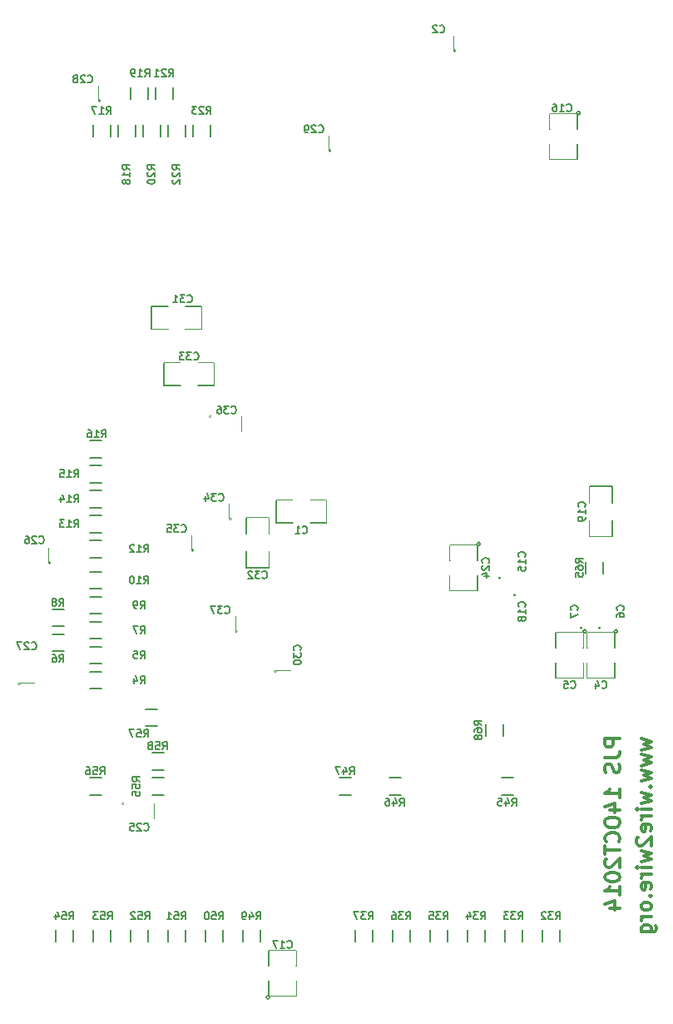
<source format=gbo>
%FSLAX46Y46*%
G04 Gerber Fmt 4.6, Leading zero omitted, Abs format (unit mm)*
G04 Created by KiCad (PCBNEW (2014-10-08 BZR 5171)-product) date 10/19/2014 5:22:49 PM*
%MOMM*%
G01*
G04 APERTURE LIST*
%ADD10C,0.100000*%
%ADD11C,0.300000*%
%ADD12C,0.127000*%
%ADD13C,0.099060*%
%ADD14C,0.150000*%
%ADD15C,0.190500*%
%ADD16R,1.778000X1.778000*%
%ADD17C,1.778000*%
%ADD18C,3.004000*%
%ADD19R,1.778000X2.286000*%
%ADD20R,1.143000X1.651000*%
%ADD21R,2.794000X1.524000*%
%ADD22R,1.651000X1.143000*%
%ADD23R,2.286000X1.778000*%
%ADD24R,1.651000X1.651000*%
%ADD25C,1.651000*%
%ADD26R,1.854200X1.854200*%
%ADD27C,1.854200*%
%ADD28C,3.657600*%
%ADD29C,1.662000*%
%ADD30C,3.454000*%
%ADD31R,0.954000X1.554000*%
%ADD32R,1.554000X0.954000*%
%ADD33R,2.054000X2.054000*%
%ADD34C,2.054000*%
G04 APERTURE END LIST*
D10*
D11*
X188003571Y-115182145D02*
X186503571Y-115182145D01*
X186503571Y-115753573D01*
X186575000Y-115896431D01*
X186646429Y-115967859D01*
X186789286Y-116039288D01*
X187003571Y-116039288D01*
X187146429Y-115967859D01*
X187217857Y-115896431D01*
X187289286Y-115753573D01*
X187289286Y-115182145D01*
X186503571Y-117110716D02*
X187575000Y-117110716D01*
X187789286Y-117039288D01*
X187932143Y-116896431D01*
X188003571Y-116682145D01*
X188003571Y-116539288D01*
X187932143Y-117753573D02*
X188003571Y-117967859D01*
X188003571Y-118325002D01*
X187932143Y-118467859D01*
X187860714Y-118539288D01*
X187717857Y-118610716D01*
X187575000Y-118610716D01*
X187432143Y-118539288D01*
X187360714Y-118467859D01*
X187289286Y-118325002D01*
X187217857Y-118039288D01*
X187146429Y-117896430D01*
X187075000Y-117825002D01*
X186932143Y-117753573D01*
X186789286Y-117753573D01*
X186646429Y-117825002D01*
X186575000Y-117896430D01*
X186503571Y-118039288D01*
X186503571Y-118396430D01*
X186575000Y-118610716D01*
X188003571Y-121182144D02*
X188003571Y-120325001D01*
X188003571Y-120753573D02*
X186503571Y-120753573D01*
X186717857Y-120610716D01*
X186860714Y-120467858D01*
X186932143Y-120325001D01*
X187003571Y-122467858D02*
X188003571Y-122467858D01*
X186432143Y-122110715D02*
X187503571Y-121753572D01*
X187503571Y-122682144D01*
X186503571Y-123539286D02*
X186503571Y-123825000D01*
X186575000Y-123967858D01*
X186717857Y-124110715D01*
X187003571Y-124182143D01*
X187503571Y-124182143D01*
X187789286Y-124110715D01*
X187932143Y-123967858D01*
X188003571Y-123825000D01*
X188003571Y-123539286D01*
X187932143Y-123396429D01*
X187789286Y-123253572D01*
X187503571Y-123182143D01*
X187003571Y-123182143D01*
X186717857Y-123253572D01*
X186575000Y-123396429D01*
X186503571Y-123539286D01*
X187860714Y-125682144D02*
X187932143Y-125610715D01*
X188003571Y-125396429D01*
X188003571Y-125253572D01*
X187932143Y-125039287D01*
X187789286Y-124896429D01*
X187646429Y-124825001D01*
X187360714Y-124753572D01*
X187146429Y-124753572D01*
X186860714Y-124825001D01*
X186717857Y-124896429D01*
X186575000Y-125039287D01*
X186503571Y-125253572D01*
X186503571Y-125396429D01*
X186575000Y-125610715D01*
X186646429Y-125682144D01*
X186503571Y-126110715D02*
X186503571Y-126967858D01*
X188003571Y-126539287D02*
X186503571Y-126539287D01*
X186646429Y-127396429D02*
X186575000Y-127467858D01*
X186503571Y-127610715D01*
X186503571Y-127967858D01*
X186575000Y-128110715D01*
X186646429Y-128182144D01*
X186789286Y-128253572D01*
X186932143Y-128253572D01*
X187146429Y-128182144D01*
X188003571Y-127325001D01*
X188003571Y-128253572D01*
X186503571Y-129182143D02*
X186503571Y-129325000D01*
X186575000Y-129467857D01*
X186646429Y-129539286D01*
X186789286Y-129610715D01*
X187075000Y-129682143D01*
X187432143Y-129682143D01*
X187717857Y-129610715D01*
X187860714Y-129539286D01*
X187932143Y-129467857D01*
X188003571Y-129325000D01*
X188003571Y-129182143D01*
X187932143Y-129039286D01*
X187860714Y-128967857D01*
X187717857Y-128896429D01*
X187432143Y-128825000D01*
X187075000Y-128825000D01*
X186789286Y-128896429D01*
X186646429Y-128967857D01*
X186575000Y-129039286D01*
X186503571Y-129182143D01*
X188003571Y-131110714D02*
X188003571Y-130253571D01*
X188003571Y-130682143D02*
X186503571Y-130682143D01*
X186717857Y-130539286D01*
X186860714Y-130396428D01*
X186932143Y-130253571D01*
X187003571Y-132396428D02*
X188003571Y-132396428D01*
X186432143Y-132039285D02*
X187503571Y-131682142D01*
X187503571Y-132610714D01*
X190178571Y-115202143D02*
X191178571Y-115487857D01*
X190464286Y-115773571D01*
X191178571Y-116059286D01*
X190178571Y-116345000D01*
X190178571Y-116773572D02*
X191178571Y-117059286D01*
X190464286Y-117345000D01*
X191178571Y-117630715D01*
X190178571Y-117916429D01*
X190178571Y-118345001D02*
X191178571Y-118630715D01*
X190464286Y-118916429D01*
X191178571Y-119202144D01*
X190178571Y-119487858D01*
X191035714Y-120059287D02*
X191107143Y-120130715D01*
X191178571Y-120059287D01*
X191107143Y-119987858D01*
X191035714Y-120059287D01*
X191178571Y-120059287D01*
X190178571Y-120630716D02*
X191178571Y-120916430D01*
X190464286Y-121202144D01*
X191178571Y-121487859D01*
X190178571Y-121773573D01*
X191178571Y-122345002D02*
X190178571Y-122345002D01*
X189678571Y-122345002D02*
X189750000Y-122273573D01*
X189821429Y-122345002D01*
X189750000Y-122416430D01*
X189678571Y-122345002D01*
X189821429Y-122345002D01*
X191178571Y-123059288D02*
X190178571Y-123059288D01*
X190464286Y-123059288D02*
X190321429Y-123130716D01*
X190250000Y-123202145D01*
X190178571Y-123345002D01*
X190178571Y-123487859D01*
X191107143Y-124559287D02*
X191178571Y-124416430D01*
X191178571Y-124130716D01*
X191107143Y-123987859D01*
X190964286Y-123916430D01*
X190392857Y-123916430D01*
X190250000Y-123987859D01*
X190178571Y-124130716D01*
X190178571Y-124416430D01*
X190250000Y-124559287D01*
X190392857Y-124630716D01*
X190535714Y-124630716D01*
X190678571Y-123916430D01*
X189821429Y-125202144D02*
X189750000Y-125273573D01*
X189678571Y-125416430D01*
X189678571Y-125773573D01*
X189750000Y-125916430D01*
X189821429Y-125987859D01*
X189964286Y-126059287D01*
X190107143Y-126059287D01*
X190321429Y-125987859D01*
X191178571Y-125130716D01*
X191178571Y-126059287D01*
X190178571Y-126559287D02*
X191178571Y-126845001D01*
X190464286Y-127130715D01*
X191178571Y-127416430D01*
X190178571Y-127702144D01*
X191178571Y-128273573D02*
X190178571Y-128273573D01*
X189678571Y-128273573D02*
X189750000Y-128202144D01*
X189821429Y-128273573D01*
X189750000Y-128345001D01*
X189678571Y-128273573D01*
X189821429Y-128273573D01*
X191178571Y-128987859D02*
X190178571Y-128987859D01*
X190464286Y-128987859D02*
X190321429Y-129059287D01*
X190250000Y-129130716D01*
X190178571Y-129273573D01*
X190178571Y-129416430D01*
X191107143Y-130487858D02*
X191178571Y-130345001D01*
X191178571Y-130059287D01*
X191107143Y-129916430D01*
X190964286Y-129845001D01*
X190392857Y-129845001D01*
X190250000Y-129916430D01*
X190178571Y-130059287D01*
X190178571Y-130345001D01*
X190250000Y-130487858D01*
X190392857Y-130559287D01*
X190535714Y-130559287D01*
X190678571Y-129845001D01*
X191035714Y-131202144D02*
X191107143Y-131273572D01*
X191178571Y-131202144D01*
X191107143Y-131130715D01*
X191035714Y-131202144D01*
X191178571Y-131202144D01*
X191178571Y-132130716D02*
X191107143Y-131987858D01*
X191035714Y-131916430D01*
X190892857Y-131845001D01*
X190464286Y-131845001D01*
X190321429Y-131916430D01*
X190250000Y-131987858D01*
X190178571Y-132130716D01*
X190178571Y-132345001D01*
X190250000Y-132487858D01*
X190321429Y-132559287D01*
X190464286Y-132630716D01*
X190892857Y-132630716D01*
X191035714Y-132559287D01*
X191107143Y-132487858D01*
X191178571Y-132345001D01*
X191178571Y-132130716D01*
X191178571Y-133273573D02*
X190178571Y-133273573D01*
X190464286Y-133273573D02*
X190321429Y-133345001D01*
X190250000Y-133416430D01*
X190178571Y-133559287D01*
X190178571Y-133702144D01*
X190178571Y-134845001D02*
X191392857Y-134845001D01*
X191535714Y-134773572D01*
X191607143Y-134702144D01*
X191678571Y-134559287D01*
X191678571Y-134345001D01*
X191607143Y-134202144D01*
X191107143Y-134845001D02*
X191178571Y-134702144D01*
X191178571Y-134416430D01*
X191107143Y-134273572D01*
X191035714Y-134202144D01*
X190892857Y-134130715D01*
X190464286Y-134130715D01*
X190321429Y-134202144D01*
X190250000Y-134273572D01*
X190178571Y-134416430D01*
X190178571Y-134702144D01*
X190250000Y-134845001D01*
D12*
X153035000Y-93218000D02*
X153035000Y-90932000D01*
X153035000Y-90932000D02*
X154686000Y-90932000D01*
X156464000Y-93218000D02*
X158115000Y-93218000D01*
X158115000Y-93218000D02*
X158115000Y-90932000D01*
X158115000Y-90932000D02*
X156464000Y-90932000D01*
X154686000Y-93218000D02*
X153035000Y-93218000D01*
D13*
X171323000Y-45212000D02*
G75*
G03X171323000Y-45212000I-127000J0D01*
G74*
G01*
X170053000Y-45212000D02*
X171069000Y-45212000D01*
X171069000Y-45212000D02*
X171069000Y-43688000D01*
X171069000Y-43688000D02*
X170053000Y-43688000D01*
X169037000Y-43688000D02*
X168021000Y-43688000D01*
X168021000Y-43688000D02*
X168021000Y-45212000D01*
X168021000Y-45212000D02*
X169037000Y-45212000D01*
D12*
X187758605Y-104267000D02*
G75*
G03X187758605Y-104267000I-179605J0D01*
G74*
G01*
X184658000Y-105918000D02*
X184658000Y-104394000D01*
X184658000Y-104394000D02*
X187452000Y-104394000D01*
X187452000Y-104394000D02*
X187452000Y-105918000D01*
X187452000Y-107442000D02*
X187452000Y-108966000D01*
X187452000Y-108966000D02*
X184658000Y-108966000D01*
X184658000Y-108966000D02*
X184658000Y-107442000D01*
X184583605Y-104267000D02*
G75*
G03X184583605Y-104267000I-179605J0D01*
G74*
G01*
X181483000Y-105918000D02*
X181483000Y-104394000D01*
X181483000Y-104394000D02*
X184277000Y-104394000D01*
X184277000Y-104394000D02*
X184277000Y-105918000D01*
X184277000Y-107442000D02*
X184277000Y-108966000D01*
X184277000Y-108966000D02*
X181483000Y-108966000D01*
X181483000Y-108966000D02*
X181483000Y-107442000D01*
D13*
X186055000Y-103886000D02*
G75*
G03X186055000Y-103886000I-127000J0D01*
G74*
G01*
X185928000Y-102743000D02*
X185928000Y-103759000D01*
X185928000Y-103759000D02*
X187452000Y-103759000D01*
X187452000Y-103759000D02*
X187452000Y-102743000D01*
X187452000Y-101727000D02*
X187452000Y-100711000D01*
X187452000Y-100711000D02*
X185928000Y-100711000D01*
X185928000Y-100711000D02*
X185928000Y-101727000D01*
X184150000Y-103886000D02*
G75*
G03X184150000Y-103886000I-127000J0D01*
G74*
G01*
X184023000Y-102743000D02*
X184023000Y-103759000D01*
X184023000Y-103759000D02*
X185547000Y-103759000D01*
X185547000Y-103759000D02*
X185547000Y-102743000D01*
X185547000Y-101727000D02*
X185547000Y-100711000D01*
X185547000Y-100711000D02*
X184023000Y-100711000D01*
X184023000Y-100711000D02*
X184023000Y-101727000D01*
X175895000Y-98806000D02*
G75*
G03X175895000Y-98806000I-127000J0D01*
G74*
G01*
X175768000Y-97663000D02*
X175768000Y-98679000D01*
X175768000Y-98679000D02*
X177292000Y-98679000D01*
X177292000Y-98679000D02*
X177292000Y-97663000D01*
X177292000Y-96647000D02*
X177292000Y-95631000D01*
X177292000Y-95631000D02*
X175768000Y-95631000D01*
X175768000Y-95631000D02*
X175768000Y-96647000D01*
D12*
X183948605Y-51562000D02*
G75*
G03X183948605Y-51562000I-179605J0D01*
G74*
G01*
X180848000Y-53213000D02*
X180848000Y-51689000D01*
X180848000Y-51689000D02*
X183642000Y-51689000D01*
X183642000Y-51689000D02*
X183642000Y-53213000D01*
X183642000Y-54737000D02*
X183642000Y-56261000D01*
X183642000Y-56261000D02*
X180848000Y-56261000D01*
X180848000Y-56261000D02*
X180848000Y-54737000D01*
X152325605Y-141478000D02*
G75*
G03X152325605Y-141478000I-179605J0D01*
G74*
G01*
X155067000Y-139827000D02*
X155067000Y-141351000D01*
X155067000Y-141351000D02*
X152273000Y-141351000D01*
X152273000Y-141351000D02*
X152273000Y-139827000D01*
X152273000Y-138303000D02*
X152273000Y-136779000D01*
X152273000Y-136779000D02*
X155067000Y-136779000D01*
X155067000Y-136779000D02*
X155067000Y-138303000D01*
D13*
X177419000Y-100584000D02*
G75*
G03X177419000Y-100584000I-127000J0D01*
G74*
G01*
X177292000Y-101727000D02*
X177292000Y-100711000D01*
X177292000Y-100711000D02*
X175768000Y-100711000D01*
X175768000Y-100711000D02*
X175768000Y-101727000D01*
X175768000Y-102743000D02*
X175768000Y-103759000D01*
X175768000Y-103759000D02*
X177292000Y-103759000D01*
X177292000Y-103759000D02*
X177292000Y-102743000D01*
D12*
X187198000Y-94615000D02*
X184912000Y-94615000D01*
X184912000Y-94615000D02*
X184912000Y-92964000D01*
X187198000Y-91186000D02*
X187198000Y-89535000D01*
X187198000Y-89535000D02*
X184912000Y-89535000D01*
X184912000Y-89535000D02*
X184912000Y-91186000D01*
X187198000Y-92964000D02*
X187198000Y-94615000D01*
X173788605Y-95377000D02*
G75*
G03X173788605Y-95377000I-179605J0D01*
G74*
G01*
X170688000Y-97028000D02*
X170688000Y-95504000D01*
X170688000Y-95504000D02*
X173482000Y-95504000D01*
X173482000Y-95504000D02*
X173482000Y-97028000D01*
X173482000Y-98552000D02*
X173482000Y-100076000D01*
X173482000Y-100076000D02*
X170688000Y-100076000D01*
X170688000Y-100076000D02*
X170688000Y-98552000D01*
D13*
X137541000Y-121793000D02*
G75*
G03X137541000Y-121793000I-127000J0D01*
G74*
G01*
X138557000Y-121793000D02*
X137541000Y-121793000D01*
X137541000Y-121793000D02*
X137541000Y-123317000D01*
X137541000Y-123317000D02*
X138557000Y-123317000D01*
X139573000Y-123317000D02*
X140589000Y-123317000D01*
X140589000Y-123317000D02*
X140589000Y-121793000D01*
X140589000Y-121793000D02*
X139573000Y-121793000D01*
X130048000Y-97282000D02*
G75*
G03X130048000Y-97282000I-127000J0D01*
G74*
G01*
X128778000Y-97282000D02*
X129794000Y-97282000D01*
X129794000Y-97282000D02*
X129794000Y-95758000D01*
X129794000Y-95758000D02*
X128778000Y-95758000D01*
X127762000Y-95758000D02*
X126746000Y-95758000D01*
X126746000Y-95758000D02*
X126746000Y-97282000D01*
X126746000Y-97282000D02*
X127762000Y-97282000D01*
X127000000Y-109601000D02*
G75*
G03X127000000Y-109601000I-127000J0D01*
G74*
G01*
X126873000Y-108458000D02*
X126873000Y-109474000D01*
X126873000Y-109474000D02*
X128397000Y-109474000D01*
X128397000Y-109474000D02*
X128397000Y-108458000D01*
X128397000Y-107442000D02*
X128397000Y-106426000D01*
X128397000Y-106426000D02*
X126873000Y-106426000D01*
X126873000Y-106426000D02*
X126873000Y-107442000D01*
X135128000Y-50292000D02*
G75*
G03X135128000Y-50292000I-127000J0D01*
G74*
G01*
X133858000Y-50292000D02*
X134874000Y-50292000D01*
X134874000Y-50292000D02*
X134874000Y-48768000D01*
X134874000Y-48768000D02*
X133858000Y-48768000D01*
X132842000Y-48768000D02*
X131826000Y-48768000D01*
X131826000Y-48768000D02*
X131826000Y-50292000D01*
X131826000Y-50292000D02*
X132842000Y-50292000D01*
X158623000Y-55372000D02*
G75*
G03X158623000Y-55372000I-127000J0D01*
G74*
G01*
X157353000Y-55372000D02*
X158369000Y-55372000D01*
X158369000Y-55372000D02*
X158369000Y-53848000D01*
X158369000Y-53848000D02*
X157353000Y-53848000D01*
X156337000Y-53848000D02*
X155321000Y-53848000D01*
X155321000Y-53848000D02*
X155321000Y-55372000D01*
X155321000Y-55372000D02*
X156337000Y-55372000D01*
X153035000Y-108331000D02*
G75*
G03X153035000Y-108331000I-127000J0D01*
G74*
G01*
X152908000Y-107188000D02*
X152908000Y-108204000D01*
X152908000Y-108204000D02*
X154432000Y-108204000D01*
X154432000Y-108204000D02*
X154432000Y-107188000D01*
X154432000Y-106172000D02*
X154432000Y-105156000D01*
X154432000Y-105156000D02*
X152908000Y-105156000D01*
X152908000Y-105156000D02*
X152908000Y-106172000D01*
D12*
X140335000Y-73533000D02*
X140335000Y-71247000D01*
X140335000Y-71247000D02*
X141986000Y-71247000D01*
X143764000Y-73533000D02*
X145415000Y-73533000D01*
X145415000Y-73533000D02*
X145415000Y-71247000D01*
X145415000Y-71247000D02*
X143764000Y-71247000D01*
X141986000Y-73533000D02*
X140335000Y-73533000D01*
X149987000Y-92710000D02*
X152273000Y-92710000D01*
X152273000Y-92710000D02*
X152273000Y-94361000D01*
X149987000Y-96139000D02*
X149987000Y-97790000D01*
X149987000Y-97790000D02*
X152273000Y-97790000D01*
X152273000Y-97790000D02*
X152273000Y-96139000D01*
X149987000Y-94361000D02*
X149987000Y-92710000D01*
X141605000Y-79248000D02*
X141605000Y-76962000D01*
X141605000Y-76962000D02*
X143256000Y-76962000D01*
X145034000Y-79248000D02*
X146685000Y-79248000D01*
X146685000Y-79248000D02*
X146685000Y-76962000D01*
X146685000Y-76962000D02*
X145034000Y-76962000D01*
X143256000Y-79248000D02*
X141605000Y-79248000D01*
D13*
X148463000Y-92837000D02*
G75*
G03X148463000Y-92837000I-127000J0D01*
G74*
G01*
X147193000Y-92837000D02*
X148209000Y-92837000D01*
X148209000Y-92837000D02*
X148209000Y-91313000D01*
X148209000Y-91313000D02*
X147193000Y-91313000D01*
X146177000Y-91313000D02*
X145161000Y-91313000D01*
X145161000Y-91313000D02*
X145161000Y-92837000D01*
X145161000Y-92837000D02*
X146177000Y-92837000D01*
X144653000Y-96012000D02*
G75*
G03X144653000Y-96012000I-127000J0D01*
G74*
G01*
X143383000Y-96012000D02*
X144399000Y-96012000D01*
X144399000Y-96012000D02*
X144399000Y-94488000D01*
X144399000Y-94488000D02*
X143383000Y-94488000D01*
X142367000Y-94488000D02*
X141351000Y-94488000D01*
X141351000Y-94488000D02*
X141351000Y-96012000D01*
X141351000Y-96012000D02*
X142367000Y-96012000D01*
X146431000Y-82423000D02*
G75*
G03X146431000Y-82423000I-127000J0D01*
G74*
G01*
X147447000Y-82423000D02*
X146431000Y-82423000D01*
X146431000Y-82423000D02*
X146431000Y-83947000D01*
X146431000Y-83947000D02*
X147447000Y-83947000D01*
X148463000Y-83947000D02*
X149479000Y-83947000D01*
X149479000Y-83947000D02*
X149479000Y-82423000D01*
X149479000Y-82423000D02*
X148463000Y-82423000D01*
X149098000Y-104267000D02*
G75*
G03X149098000Y-104267000I-127000J0D01*
G74*
G01*
X147828000Y-104267000D02*
X148844000Y-104267000D01*
X148844000Y-104267000D02*
X148844000Y-102743000D01*
X148844000Y-102743000D02*
X147828000Y-102743000D01*
X146812000Y-102743000D02*
X145796000Y-102743000D01*
X145796000Y-102743000D02*
X145796000Y-104267000D01*
X145796000Y-104267000D02*
X146812000Y-104267000D01*
D14*
X135220000Y-108345000D02*
X134020000Y-108345000D01*
X134020000Y-110095000D02*
X135220000Y-110095000D01*
X135220000Y-105805000D02*
X134020000Y-105805000D01*
X134020000Y-107555000D02*
X135220000Y-107555000D01*
X131410000Y-104535000D02*
X130210000Y-104535000D01*
X130210000Y-106285000D02*
X131410000Y-106285000D01*
X135220000Y-103265000D02*
X134020000Y-103265000D01*
X134020000Y-105015000D02*
X135220000Y-105015000D01*
X131410000Y-101995000D02*
X130210000Y-101995000D01*
X130210000Y-103745000D02*
X131410000Y-103745000D01*
X135220000Y-100725000D02*
X134020000Y-100725000D01*
X134020000Y-102475000D02*
X135220000Y-102475000D01*
X135220000Y-98185000D02*
X134020000Y-98185000D01*
X134020000Y-99935000D02*
X135220000Y-99935000D01*
X135220000Y-95010000D02*
X134020000Y-95010000D01*
X134020000Y-96760000D02*
X135220000Y-96760000D01*
X135220000Y-92470000D02*
X134020000Y-92470000D01*
X134020000Y-94220000D02*
X135220000Y-94220000D01*
X135220000Y-89930000D02*
X134020000Y-89930000D01*
X134020000Y-91680000D02*
X135220000Y-91680000D01*
X135220000Y-87390000D02*
X134020000Y-87390000D01*
X134020000Y-89140000D02*
X135220000Y-89140000D01*
X135220000Y-84850000D02*
X134020000Y-84850000D01*
X134020000Y-86600000D02*
X135220000Y-86600000D01*
X136130000Y-53940000D02*
X136130000Y-52740000D01*
X134380000Y-52740000D02*
X134380000Y-53940000D01*
X138670000Y-53940000D02*
X138670000Y-52740000D01*
X136920000Y-52740000D02*
X136920000Y-53940000D01*
X139940000Y-50130000D02*
X139940000Y-48930000D01*
X138190000Y-48930000D02*
X138190000Y-50130000D01*
X141210000Y-53940000D02*
X141210000Y-52740000D01*
X139460000Y-52740000D02*
X139460000Y-53940000D01*
X142480000Y-50130000D02*
X142480000Y-48930000D01*
X140730000Y-48930000D02*
X140730000Y-50130000D01*
X143750000Y-53940000D02*
X143750000Y-52740000D01*
X142000000Y-52740000D02*
X142000000Y-53940000D01*
X146290000Y-53940000D02*
X146290000Y-52740000D01*
X144540000Y-52740000D02*
X144540000Y-53940000D01*
X181850000Y-135855000D02*
X181850000Y-134655000D01*
X180100000Y-134655000D02*
X180100000Y-135855000D01*
X178040000Y-135855000D02*
X178040000Y-134655000D01*
X176290000Y-134655000D02*
X176290000Y-135855000D01*
X174230000Y-135855000D02*
X174230000Y-134655000D01*
X172480000Y-134655000D02*
X172480000Y-135855000D01*
X170420000Y-135855000D02*
X170420000Y-134655000D01*
X168670000Y-134655000D02*
X168670000Y-135855000D01*
X166610000Y-135855000D02*
X166610000Y-134655000D01*
X164860000Y-134655000D02*
X164860000Y-135855000D01*
X162800000Y-135855000D02*
X162800000Y-134655000D01*
X161050000Y-134655000D02*
X161050000Y-135855000D01*
X175930000Y-120890000D02*
X177130000Y-120890000D01*
X177130000Y-119140000D02*
X175930000Y-119140000D01*
X164500000Y-120890000D02*
X165700000Y-120890000D01*
X165700000Y-119140000D02*
X164500000Y-119140000D01*
X160620000Y-119140000D02*
X159420000Y-119140000D01*
X159420000Y-120890000D02*
X160620000Y-120890000D01*
X151370000Y-135855000D02*
X151370000Y-134655000D01*
X149620000Y-134655000D02*
X149620000Y-135855000D01*
X147560000Y-135855000D02*
X147560000Y-134655000D01*
X145810000Y-134655000D02*
X145810000Y-135855000D01*
X143750000Y-135855000D02*
X143750000Y-134655000D01*
X142000000Y-134655000D02*
X142000000Y-135855000D01*
X139940000Y-135855000D02*
X139940000Y-134655000D01*
X138190000Y-134655000D02*
X138190000Y-135855000D01*
X136130000Y-135855000D02*
X136130000Y-134655000D01*
X134380000Y-134655000D02*
X134380000Y-135855000D01*
X132320000Y-135855000D02*
X132320000Y-134655000D01*
X130570000Y-134655000D02*
X130570000Y-135855000D01*
X140370000Y-120890000D02*
X141570000Y-120890000D01*
X141570000Y-119140000D02*
X140370000Y-119140000D01*
X135220000Y-119140000D02*
X134020000Y-119140000D01*
X134020000Y-120890000D02*
X135220000Y-120890000D01*
X139735000Y-113905000D02*
X140935000Y-113905000D01*
X140935000Y-112155000D02*
X139735000Y-112155000D01*
X141570000Y-116600000D02*
X140370000Y-116600000D01*
X140370000Y-118350000D02*
X141570000Y-118350000D01*
X186295000Y-98390000D02*
X186295000Y-97190000D01*
X184545000Y-97190000D02*
X184545000Y-98390000D01*
X176135000Y-114900000D02*
X176135000Y-113700000D01*
X174385000Y-113700000D02*
X174385000Y-114900000D01*
D15*
X155702000Y-94252143D02*
X155738286Y-94288429D01*
X155847143Y-94324714D01*
X155919714Y-94324714D01*
X156028571Y-94288429D01*
X156101143Y-94215857D01*
X156137428Y-94143286D01*
X156173714Y-93998143D01*
X156173714Y-93889286D01*
X156137428Y-93744143D01*
X156101143Y-93671571D01*
X156028571Y-93599000D01*
X155919714Y-93562714D01*
X155847143Y-93562714D01*
X155738286Y-93599000D01*
X155702000Y-93635286D01*
X154976286Y-94324714D02*
X155411714Y-94324714D01*
X155194000Y-94324714D02*
X155194000Y-93562714D01*
X155266571Y-93671571D01*
X155339143Y-93744143D01*
X155411714Y-93780429D01*
X169672000Y-43325143D02*
X169708286Y-43361429D01*
X169817143Y-43397714D01*
X169889714Y-43397714D01*
X169998571Y-43361429D01*
X170071143Y-43288857D01*
X170107428Y-43216286D01*
X170143714Y-43071143D01*
X170143714Y-42962286D01*
X170107428Y-42817143D01*
X170071143Y-42744571D01*
X169998571Y-42672000D01*
X169889714Y-42635714D01*
X169817143Y-42635714D01*
X169708286Y-42672000D01*
X169672000Y-42708286D01*
X169381714Y-42708286D02*
X169345428Y-42672000D01*
X169272857Y-42635714D01*
X169091428Y-42635714D01*
X169018857Y-42672000D01*
X168982571Y-42708286D01*
X168946286Y-42780857D01*
X168946286Y-42853429D01*
X168982571Y-42962286D01*
X169418000Y-43397714D01*
X168946286Y-43397714D01*
X186182000Y-110000143D02*
X186218286Y-110036429D01*
X186327143Y-110072714D01*
X186399714Y-110072714D01*
X186508571Y-110036429D01*
X186581143Y-109963857D01*
X186617428Y-109891286D01*
X186653714Y-109746143D01*
X186653714Y-109637286D01*
X186617428Y-109492143D01*
X186581143Y-109419571D01*
X186508571Y-109347000D01*
X186399714Y-109310714D01*
X186327143Y-109310714D01*
X186218286Y-109347000D01*
X186182000Y-109383286D01*
X185528857Y-109564714D02*
X185528857Y-110072714D01*
X185710286Y-109274429D02*
X185891714Y-109818714D01*
X185420000Y-109818714D01*
X183007000Y-110000143D02*
X183043286Y-110036429D01*
X183152143Y-110072714D01*
X183224714Y-110072714D01*
X183333571Y-110036429D01*
X183406143Y-109963857D01*
X183442428Y-109891286D01*
X183478714Y-109746143D01*
X183478714Y-109637286D01*
X183442428Y-109492143D01*
X183406143Y-109419571D01*
X183333571Y-109347000D01*
X183224714Y-109310714D01*
X183152143Y-109310714D01*
X183043286Y-109347000D01*
X183007000Y-109383286D01*
X182317571Y-109310714D02*
X182680428Y-109310714D01*
X182716714Y-109673571D01*
X182680428Y-109637286D01*
X182607857Y-109601000D01*
X182426428Y-109601000D01*
X182353857Y-109637286D01*
X182317571Y-109673571D01*
X182281286Y-109746143D01*
X182281286Y-109927571D01*
X182317571Y-110000143D01*
X182353857Y-110036429D01*
X182426428Y-110072714D01*
X182607857Y-110072714D01*
X182680428Y-110036429D01*
X182716714Y-110000143D01*
X188359143Y-102108000D02*
X188395429Y-102071714D01*
X188431714Y-101962857D01*
X188431714Y-101890286D01*
X188395429Y-101781429D01*
X188322857Y-101708857D01*
X188250286Y-101672572D01*
X188105143Y-101636286D01*
X187996286Y-101636286D01*
X187851143Y-101672572D01*
X187778571Y-101708857D01*
X187706000Y-101781429D01*
X187669714Y-101890286D01*
X187669714Y-101962857D01*
X187706000Y-102071714D01*
X187742286Y-102108000D01*
X187669714Y-102761143D02*
X187669714Y-102616000D01*
X187706000Y-102543429D01*
X187742286Y-102507143D01*
X187851143Y-102434572D01*
X187996286Y-102398286D01*
X188286571Y-102398286D01*
X188359143Y-102434572D01*
X188395429Y-102470857D01*
X188431714Y-102543429D01*
X188431714Y-102688572D01*
X188395429Y-102761143D01*
X188359143Y-102797429D01*
X188286571Y-102833714D01*
X188105143Y-102833714D01*
X188032571Y-102797429D01*
X187996286Y-102761143D01*
X187960000Y-102688572D01*
X187960000Y-102543429D01*
X187996286Y-102470857D01*
X188032571Y-102434572D01*
X188105143Y-102398286D01*
X183660143Y-102108000D02*
X183696429Y-102071714D01*
X183732714Y-101962857D01*
X183732714Y-101890286D01*
X183696429Y-101781429D01*
X183623857Y-101708857D01*
X183551286Y-101672572D01*
X183406143Y-101636286D01*
X183297286Y-101636286D01*
X183152143Y-101672572D01*
X183079571Y-101708857D01*
X183007000Y-101781429D01*
X182970714Y-101890286D01*
X182970714Y-101962857D01*
X183007000Y-102071714D01*
X183043286Y-102108000D01*
X182970714Y-102362000D02*
X182970714Y-102870000D01*
X183732714Y-102543429D01*
X178326143Y-96665143D02*
X178362429Y-96628857D01*
X178398714Y-96520000D01*
X178398714Y-96447429D01*
X178362429Y-96338572D01*
X178289857Y-96266000D01*
X178217286Y-96229715D01*
X178072143Y-96193429D01*
X177963286Y-96193429D01*
X177818143Y-96229715D01*
X177745571Y-96266000D01*
X177673000Y-96338572D01*
X177636714Y-96447429D01*
X177636714Y-96520000D01*
X177673000Y-96628857D01*
X177709286Y-96665143D01*
X178398714Y-97390857D02*
X178398714Y-96955429D01*
X178398714Y-97173143D02*
X177636714Y-97173143D01*
X177745571Y-97100572D01*
X177818143Y-97028000D01*
X177854429Y-96955429D01*
X177636714Y-98080286D02*
X177636714Y-97717429D01*
X177999571Y-97681143D01*
X177963286Y-97717429D01*
X177927000Y-97790000D01*
X177927000Y-97971429D01*
X177963286Y-98044000D01*
X177999571Y-98080286D01*
X178072143Y-98116571D01*
X178253571Y-98116571D01*
X178326143Y-98080286D01*
X178362429Y-98044000D01*
X178398714Y-97971429D01*
X178398714Y-97790000D01*
X178362429Y-97717429D01*
X178326143Y-97681143D01*
X182607857Y-51326143D02*
X182644143Y-51362429D01*
X182753000Y-51398714D01*
X182825571Y-51398714D01*
X182934428Y-51362429D01*
X183007000Y-51289857D01*
X183043285Y-51217286D01*
X183079571Y-51072143D01*
X183079571Y-50963286D01*
X183043285Y-50818143D01*
X183007000Y-50745571D01*
X182934428Y-50673000D01*
X182825571Y-50636714D01*
X182753000Y-50636714D01*
X182644143Y-50673000D01*
X182607857Y-50709286D01*
X181882143Y-51398714D02*
X182317571Y-51398714D01*
X182099857Y-51398714D02*
X182099857Y-50636714D01*
X182172428Y-50745571D01*
X182245000Y-50818143D01*
X182317571Y-50854429D01*
X181229000Y-50636714D02*
X181374143Y-50636714D01*
X181446714Y-50673000D01*
X181483000Y-50709286D01*
X181555571Y-50818143D01*
X181591857Y-50963286D01*
X181591857Y-51253571D01*
X181555571Y-51326143D01*
X181519286Y-51362429D01*
X181446714Y-51398714D01*
X181301571Y-51398714D01*
X181229000Y-51362429D01*
X181192714Y-51326143D01*
X181156429Y-51253571D01*
X181156429Y-51072143D01*
X181192714Y-50999571D01*
X181229000Y-50963286D01*
X181301571Y-50927000D01*
X181446714Y-50927000D01*
X181519286Y-50963286D01*
X181555571Y-50999571D01*
X181591857Y-51072143D01*
X154159857Y-136416143D02*
X154196143Y-136452429D01*
X154305000Y-136488714D01*
X154377571Y-136488714D01*
X154486428Y-136452429D01*
X154559000Y-136379857D01*
X154595285Y-136307286D01*
X154631571Y-136162143D01*
X154631571Y-136053286D01*
X154595285Y-135908143D01*
X154559000Y-135835571D01*
X154486428Y-135763000D01*
X154377571Y-135726714D01*
X154305000Y-135726714D01*
X154196143Y-135763000D01*
X154159857Y-135799286D01*
X153434143Y-136488714D02*
X153869571Y-136488714D01*
X153651857Y-136488714D02*
X153651857Y-135726714D01*
X153724428Y-135835571D01*
X153797000Y-135908143D01*
X153869571Y-135944429D01*
X153180143Y-135726714D02*
X152672143Y-135726714D01*
X152998714Y-136488714D01*
X178326143Y-101745143D02*
X178362429Y-101708857D01*
X178398714Y-101600000D01*
X178398714Y-101527429D01*
X178362429Y-101418572D01*
X178289857Y-101346000D01*
X178217286Y-101309715D01*
X178072143Y-101273429D01*
X177963286Y-101273429D01*
X177818143Y-101309715D01*
X177745571Y-101346000D01*
X177673000Y-101418572D01*
X177636714Y-101527429D01*
X177636714Y-101600000D01*
X177673000Y-101708857D01*
X177709286Y-101745143D01*
X178398714Y-102470857D02*
X178398714Y-102035429D01*
X178398714Y-102253143D02*
X177636714Y-102253143D01*
X177745571Y-102180572D01*
X177818143Y-102108000D01*
X177854429Y-102035429D01*
X177963286Y-102906286D02*
X177927000Y-102833714D01*
X177890714Y-102797429D01*
X177818143Y-102761143D01*
X177781857Y-102761143D01*
X177709286Y-102797429D01*
X177673000Y-102833714D01*
X177636714Y-102906286D01*
X177636714Y-103051429D01*
X177673000Y-103124000D01*
X177709286Y-103160286D01*
X177781857Y-103196571D01*
X177818143Y-103196571D01*
X177890714Y-103160286D01*
X177927000Y-103124000D01*
X177963286Y-103051429D01*
X177963286Y-102906286D01*
X177999571Y-102833714D01*
X178035857Y-102797429D01*
X178108429Y-102761143D01*
X178253571Y-102761143D01*
X178326143Y-102797429D01*
X178362429Y-102833714D01*
X178398714Y-102906286D01*
X178398714Y-103051429D01*
X178362429Y-103124000D01*
X178326143Y-103160286D01*
X178253571Y-103196571D01*
X178108429Y-103196571D01*
X178035857Y-103160286D01*
X177999571Y-103124000D01*
X177963286Y-103051429D01*
X184422143Y-91585143D02*
X184458429Y-91548857D01*
X184494714Y-91440000D01*
X184494714Y-91367429D01*
X184458429Y-91258572D01*
X184385857Y-91186000D01*
X184313286Y-91149715D01*
X184168143Y-91113429D01*
X184059286Y-91113429D01*
X183914143Y-91149715D01*
X183841571Y-91186000D01*
X183769000Y-91258572D01*
X183732714Y-91367429D01*
X183732714Y-91440000D01*
X183769000Y-91548857D01*
X183805286Y-91585143D01*
X184494714Y-92310857D02*
X184494714Y-91875429D01*
X184494714Y-92093143D02*
X183732714Y-92093143D01*
X183841571Y-92020572D01*
X183914143Y-91948000D01*
X183950429Y-91875429D01*
X184494714Y-92673714D02*
X184494714Y-92818857D01*
X184458429Y-92891429D01*
X184422143Y-92927714D01*
X184313286Y-93000286D01*
X184168143Y-93036571D01*
X183877857Y-93036571D01*
X183805286Y-93000286D01*
X183769000Y-92964000D01*
X183732714Y-92891429D01*
X183732714Y-92746286D01*
X183769000Y-92673714D01*
X183805286Y-92637429D01*
X183877857Y-92601143D01*
X184059286Y-92601143D01*
X184131857Y-92637429D01*
X184168143Y-92673714D01*
X184204429Y-92746286D01*
X184204429Y-92891429D01*
X184168143Y-92964000D01*
X184131857Y-93000286D01*
X184059286Y-93036571D01*
X174643143Y-97300143D02*
X174679429Y-97263857D01*
X174715714Y-97155000D01*
X174715714Y-97082429D01*
X174679429Y-96973572D01*
X174606857Y-96901000D01*
X174534286Y-96864715D01*
X174389143Y-96828429D01*
X174280286Y-96828429D01*
X174135143Y-96864715D01*
X174062571Y-96901000D01*
X173990000Y-96973572D01*
X173953714Y-97082429D01*
X173953714Y-97155000D01*
X173990000Y-97263857D01*
X174026286Y-97300143D01*
X174026286Y-97590429D02*
X173990000Y-97626715D01*
X173953714Y-97699286D01*
X173953714Y-97880715D01*
X173990000Y-97953286D01*
X174026286Y-97989572D01*
X174098857Y-98025857D01*
X174171429Y-98025857D01*
X174280286Y-97989572D01*
X174715714Y-97554143D01*
X174715714Y-98025857D01*
X174207714Y-98679000D02*
X174715714Y-98679000D01*
X173917429Y-98497571D02*
X174461714Y-98316143D01*
X174461714Y-98787857D01*
X139554857Y-124478143D02*
X139591143Y-124514429D01*
X139700000Y-124550714D01*
X139772571Y-124550714D01*
X139881428Y-124514429D01*
X139954000Y-124441857D01*
X139990285Y-124369286D01*
X140026571Y-124224143D01*
X140026571Y-124115286D01*
X139990285Y-123970143D01*
X139954000Y-123897571D01*
X139881428Y-123825000D01*
X139772571Y-123788714D01*
X139700000Y-123788714D01*
X139591143Y-123825000D01*
X139554857Y-123861286D01*
X139264571Y-123861286D02*
X139228285Y-123825000D01*
X139155714Y-123788714D01*
X138974285Y-123788714D01*
X138901714Y-123825000D01*
X138865428Y-123861286D01*
X138829143Y-123933857D01*
X138829143Y-124006429D01*
X138865428Y-124115286D01*
X139300857Y-124550714D01*
X138829143Y-124550714D01*
X138139714Y-123788714D02*
X138502571Y-123788714D01*
X138538857Y-124151571D01*
X138502571Y-124115286D01*
X138430000Y-124079000D01*
X138248571Y-124079000D01*
X138176000Y-124115286D01*
X138139714Y-124151571D01*
X138103429Y-124224143D01*
X138103429Y-124405571D01*
X138139714Y-124478143D01*
X138176000Y-124514429D01*
X138248571Y-124550714D01*
X138430000Y-124550714D01*
X138502571Y-124514429D01*
X138538857Y-124478143D01*
X128886857Y-95268143D02*
X128923143Y-95304429D01*
X129032000Y-95340714D01*
X129104571Y-95340714D01*
X129213428Y-95304429D01*
X129286000Y-95231857D01*
X129322285Y-95159286D01*
X129358571Y-95014143D01*
X129358571Y-94905286D01*
X129322285Y-94760143D01*
X129286000Y-94687571D01*
X129213428Y-94615000D01*
X129104571Y-94578714D01*
X129032000Y-94578714D01*
X128923143Y-94615000D01*
X128886857Y-94651286D01*
X128596571Y-94651286D02*
X128560285Y-94615000D01*
X128487714Y-94578714D01*
X128306285Y-94578714D01*
X128233714Y-94615000D01*
X128197428Y-94651286D01*
X128161143Y-94723857D01*
X128161143Y-94796429D01*
X128197428Y-94905286D01*
X128632857Y-95340714D01*
X128161143Y-95340714D01*
X127508000Y-94578714D02*
X127653143Y-94578714D01*
X127725714Y-94615000D01*
X127762000Y-94651286D01*
X127834571Y-94760143D01*
X127870857Y-94905286D01*
X127870857Y-95195571D01*
X127834571Y-95268143D01*
X127798286Y-95304429D01*
X127725714Y-95340714D01*
X127580571Y-95340714D01*
X127508000Y-95304429D01*
X127471714Y-95268143D01*
X127435429Y-95195571D01*
X127435429Y-95014143D01*
X127471714Y-94941571D01*
X127508000Y-94905286D01*
X127580571Y-94869000D01*
X127725714Y-94869000D01*
X127798286Y-94905286D01*
X127834571Y-94941571D01*
X127870857Y-95014143D01*
X128124857Y-106063143D02*
X128161143Y-106099429D01*
X128270000Y-106135714D01*
X128342571Y-106135714D01*
X128451428Y-106099429D01*
X128524000Y-106026857D01*
X128560285Y-105954286D01*
X128596571Y-105809143D01*
X128596571Y-105700286D01*
X128560285Y-105555143D01*
X128524000Y-105482571D01*
X128451428Y-105410000D01*
X128342571Y-105373714D01*
X128270000Y-105373714D01*
X128161143Y-105410000D01*
X128124857Y-105446286D01*
X127834571Y-105446286D02*
X127798285Y-105410000D01*
X127725714Y-105373714D01*
X127544285Y-105373714D01*
X127471714Y-105410000D01*
X127435428Y-105446286D01*
X127399143Y-105518857D01*
X127399143Y-105591429D01*
X127435428Y-105700286D01*
X127870857Y-106135714D01*
X127399143Y-106135714D01*
X127145143Y-105373714D02*
X126637143Y-105373714D01*
X126963714Y-106135714D01*
X133839857Y-48405143D02*
X133876143Y-48441429D01*
X133985000Y-48477714D01*
X134057571Y-48477714D01*
X134166428Y-48441429D01*
X134239000Y-48368857D01*
X134275285Y-48296286D01*
X134311571Y-48151143D01*
X134311571Y-48042286D01*
X134275285Y-47897143D01*
X134239000Y-47824571D01*
X134166428Y-47752000D01*
X134057571Y-47715714D01*
X133985000Y-47715714D01*
X133876143Y-47752000D01*
X133839857Y-47788286D01*
X133549571Y-47788286D02*
X133513285Y-47752000D01*
X133440714Y-47715714D01*
X133259285Y-47715714D01*
X133186714Y-47752000D01*
X133150428Y-47788286D01*
X133114143Y-47860857D01*
X133114143Y-47933429D01*
X133150428Y-48042286D01*
X133585857Y-48477714D01*
X133114143Y-48477714D01*
X132678714Y-48042286D02*
X132751286Y-48006000D01*
X132787571Y-47969714D01*
X132823857Y-47897143D01*
X132823857Y-47860857D01*
X132787571Y-47788286D01*
X132751286Y-47752000D01*
X132678714Y-47715714D01*
X132533571Y-47715714D01*
X132461000Y-47752000D01*
X132424714Y-47788286D01*
X132388429Y-47860857D01*
X132388429Y-47897143D01*
X132424714Y-47969714D01*
X132461000Y-48006000D01*
X132533571Y-48042286D01*
X132678714Y-48042286D01*
X132751286Y-48078571D01*
X132787571Y-48114857D01*
X132823857Y-48187429D01*
X132823857Y-48332571D01*
X132787571Y-48405143D01*
X132751286Y-48441429D01*
X132678714Y-48477714D01*
X132533571Y-48477714D01*
X132461000Y-48441429D01*
X132424714Y-48405143D01*
X132388429Y-48332571D01*
X132388429Y-48187429D01*
X132424714Y-48114857D01*
X132461000Y-48078571D01*
X132533571Y-48042286D01*
X157334857Y-53485143D02*
X157371143Y-53521429D01*
X157480000Y-53557714D01*
X157552571Y-53557714D01*
X157661428Y-53521429D01*
X157734000Y-53448857D01*
X157770285Y-53376286D01*
X157806571Y-53231143D01*
X157806571Y-53122286D01*
X157770285Y-52977143D01*
X157734000Y-52904571D01*
X157661428Y-52832000D01*
X157552571Y-52795714D01*
X157480000Y-52795714D01*
X157371143Y-52832000D01*
X157334857Y-52868286D01*
X157044571Y-52868286D02*
X157008285Y-52832000D01*
X156935714Y-52795714D01*
X156754285Y-52795714D01*
X156681714Y-52832000D01*
X156645428Y-52868286D01*
X156609143Y-52940857D01*
X156609143Y-53013429D01*
X156645428Y-53122286D01*
X157080857Y-53557714D01*
X156609143Y-53557714D01*
X156246286Y-53557714D02*
X156101143Y-53557714D01*
X156028571Y-53521429D01*
X155992286Y-53485143D01*
X155919714Y-53376286D01*
X155883429Y-53231143D01*
X155883429Y-52940857D01*
X155919714Y-52868286D01*
X155956000Y-52832000D01*
X156028571Y-52795714D01*
X156173714Y-52795714D01*
X156246286Y-52832000D01*
X156282571Y-52868286D01*
X156318857Y-52940857D01*
X156318857Y-53122286D01*
X156282571Y-53194857D01*
X156246286Y-53231143D01*
X156173714Y-53267429D01*
X156028571Y-53267429D01*
X155956000Y-53231143D01*
X155919714Y-53194857D01*
X155883429Y-53122286D01*
X155466143Y-106190143D02*
X155502429Y-106153857D01*
X155538714Y-106045000D01*
X155538714Y-105972429D01*
X155502429Y-105863572D01*
X155429857Y-105791000D01*
X155357286Y-105754715D01*
X155212143Y-105718429D01*
X155103286Y-105718429D01*
X154958143Y-105754715D01*
X154885571Y-105791000D01*
X154813000Y-105863572D01*
X154776714Y-105972429D01*
X154776714Y-106045000D01*
X154813000Y-106153857D01*
X154849286Y-106190143D01*
X154776714Y-106444143D02*
X154776714Y-106915857D01*
X155067000Y-106661857D01*
X155067000Y-106770715D01*
X155103286Y-106843286D01*
X155139571Y-106879572D01*
X155212143Y-106915857D01*
X155393571Y-106915857D01*
X155466143Y-106879572D01*
X155502429Y-106843286D01*
X155538714Y-106770715D01*
X155538714Y-106553000D01*
X155502429Y-106480429D01*
X155466143Y-106444143D01*
X154776714Y-107387571D02*
X154776714Y-107460143D01*
X154813000Y-107532714D01*
X154849286Y-107569000D01*
X154921857Y-107605286D01*
X155067000Y-107641571D01*
X155248429Y-107641571D01*
X155393571Y-107605286D01*
X155466143Y-107569000D01*
X155502429Y-107532714D01*
X155538714Y-107460143D01*
X155538714Y-107387571D01*
X155502429Y-107315000D01*
X155466143Y-107278714D01*
X155393571Y-107242429D01*
X155248429Y-107206143D01*
X155067000Y-107206143D01*
X154921857Y-107242429D01*
X154849286Y-107278714D01*
X154813000Y-107315000D01*
X154776714Y-107387571D01*
X143999857Y-70757143D02*
X144036143Y-70793429D01*
X144145000Y-70829714D01*
X144217571Y-70829714D01*
X144326428Y-70793429D01*
X144399000Y-70720857D01*
X144435285Y-70648286D01*
X144471571Y-70503143D01*
X144471571Y-70394286D01*
X144435285Y-70249143D01*
X144399000Y-70176571D01*
X144326428Y-70104000D01*
X144217571Y-70067714D01*
X144145000Y-70067714D01*
X144036143Y-70104000D01*
X143999857Y-70140286D01*
X143745857Y-70067714D02*
X143274143Y-70067714D01*
X143528143Y-70358000D01*
X143419285Y-70358000D01*
X143346714Y-70394286D01*
X143310428Y-70430571D01*
X143274143Y-70503143D01*
X143274143Y-70684571D01*
X143310428Y-70757143D01*
X143346714Y-70793429D01*
X143419285Y-70829714D01*
X143637000Y-70829714D01*
X143709571Y-70793429D01*
X143745857Y-70757143D01*
X142548429Y-70829714D02*
X142983857Y-70829714D01*
X142766143Y-70829714D02*
X142766143Y-70067714D01*
X142838714Y-70176571D01*
X142911286Y-70249143D01*
X142983857Y-70285429D01*
X151619857Y-98824143D02*
X151656143Y-98860429D01*
X151765000Y-98896714D01*
X151837571Y-98896714D01*
X151946428Y-98860429D01*
X152019000Y-98787857D01*
X152055285Y-98715286D01*
X152091571Y-98570143D01*
X152091571Y-98461286D01*
X152055285Y-98316143D01*
X152019000Y-98243571D01*
X151946428Y-98171000D01*
X151837571Y-98134714D01*
X151765000Y-98134714D01*
X151656143Y-98171000D01*
X151619857Y-98207286D01*
X151365857Y-98134714D02*
X150894143Y-98134714D01*
X151148143Y-98425000D01*
X151039285Y-98425000D01*
X150966714Y-98461286D01*
X150930428Y-98497571D01*
X150894143Y-98570143D01*
X150894143Y-98751571D01*
X150930428Y-98824143D01*
X150966714Y-98860429D01*
X151039285Y-98896714D01*
X151257000Y-98896714D01*
X151329571Y-98860429D01*
X151365857Y-98824143D01*
X150603857Y-98207286D02*
X150567571Y-98171000D01*
X150495000Y-98134714D01*
X150313571Y-98134714D01*
X150241000Y-98171000D01*
X150204714Y-98207286D01*
X150168429Y-98279857D01*
X150168429Y-98352429D01*
X150204714Y-98461286D01*
X150640143Y-98896714D01*
X150168429Y-98896714D01*
X144634857Y-76599143D02*
X144671143Y-76635429D01*
X144780000Y-76671714D01*
X144852571Y-76671714D01*
X144961428Y-76635429D01*
X145034000Y-76562857D01*
X145070285Y-76490286D01*
X145106571Y-76345143D01*
X145106571Y-76236286D01*
X145070285Y-76091143D01*
X145034000Y-76018571D01*
X144961428Y-75946000D01*
X144852571Y-75909714D01*
X144780000Y-75909714D01*
X144671143Y-75946000D01*
X144634857Y-75982286D01*
X144380857Y-75909714D02*
X143909143Y-75909714D01*
X144163143Y-76200000D01*
X144054285Y-76200000D01*
X143981714Y-76236286D01*
X143945428Y-76272571D01*
X143909143Y-76345143D01*
X143909143Y-76526571D01*
X143945428Y-76599143D01*
X143981714Y-76635429D01*
X144054285Y-76671714D01*
X144272000Y-76671714D01*
X144344571Y-76635429D01*
X144380857Y-76599143D01*
X143655143Y-75909714D02*
X143183429Y-75909714D01*
X143437429Y-76200000D01*
X143328571Y-76200000D01*
X143256000Y-76236286D01*
X143219714Y-76272571D01*
X143183429Y-76345143D01*
X143183429Y-76526571D01*
X143219714Y-76599143D01*
X143256000Y-76635429D01*
X143328571Y-76671714D01*
X143546286Y-76671714D01*
X143618857Y-76635429D01*
X143655143Y-76599143D01*
X147174857Y-90950143D02*
X147211143Y-90986429D01*
X147320000Y-91022714D01*
X147392571Y-91022714D01*
X147501428Y-90986429D01*
X147574000Y-90913857D01*
X147610285Y-90841286D01*
X147646571Y-90696143D01*
X147646571Y-90587286D01*
X147610285Y-90442143D01*
X147574000Y-90369571D01*
X147501428Y-90297000D01*
X147392571Y-90260714D01*
X147320000Y-90260714D01*
X147211143Y-90297000D01*
X147174857Y-90333286D01*
X146920857Y-90260714D02*
X146449143Y-90260714D01*
X146703143Y-90551000D01*
X146594285Y-90551000D01*
X146521714Y-90587286D01*
X146485428Y-90623571D01*
X146449143Y-90696143D01*
X146449143Y-90877571D01*
X146485428Y-90950143D01*
X146521714Y-90986429D01*
X146594285Y-91022714D01*
X146812000Y-91022714D01*
X146884571Y-90986429D01*
X146920857Y-90950143D01*
X145796000Y-90514714D02*
X145796000Y-91022714D01*
X145977429Y-90224429D02*
X146158857Y-90768714D01*
X145687143Y-90768714D01*
X143364857Y-94125143D02*
X143401143Y-94161429D01*
X143510000Y-94197714D01*
X143582571Y-94197714D01*
X143691428Y-94161429D01*
X143764000Y-94088857D01*
X143800285Y-94016286D01*
X143836571Y-93871143D01*
X143836571Y-93762286D01*
X143800285Y-93617143D01*
X143764000Y-93544571D01*
X143691428Y-93472000D01*
X143582571Y-93435714D01*
X143510000Y-93435714D01*
X143401143Y-93472000D01*
X143364857Y-93508286D01*
X143110857Y-93435714D02*
X142639143Y-93435714D01*
X142893143Y-93726000D01*
X142784285Y-93726000D01*
X142711714Y-93762286D01*
X142675428Y-93798571D01*
X142639143Y-93871143D01*
X142639143Y-94052571D01*
X142675428Y-94125143D01*
X142711714Y-94161429D01*
X142784285Y-94197714D01*
X143002000Y-94197714D01*
X143074571Y-94161429D01*
X143110857Y-94125143D01*
X141949714Y-93435714D02*
X142312571Y-93435714D01*
X142348857Y-93798571D01*
X142312571Y-93762286D01*
X142240000Y-93726000D01*
X142058571Y-93726000D01*
X141986000Y-93762286D01*
X141949714Y-93798571D01*
X141913429Y-93871143D01*
X141913429Y-94052571D01*
X141949714Y-94125143D01*
X141986000Y-94161429D01*
X142058571Y-94197714D01*
X142240000Y-94197714D01*
X142312571Y-94161429D01*
X142348857Y-94125143D01*
X148444857Y-82060143D02*
X148481143Y-82096429D01*
X148590000Y-82132714D01*
X148662571Y-82132714D01*
X148771428Y-82096429D01*
X148844000Y-82023857D01*
X148880285Y-81951286D01*
X148916571Y-81806143D01*
X148916571Y-81697286D01*
X148880285Y-81552143D01*
X148844000Y-81479571D01*
X148771428Y-81407000D01*
X148662571Y-81370714D01*
X148590000Y-81370714D01*
X148481143Y-81407000D01*
X148444857Y-81443286D01*
X148190857Y-81370714D02*
X147719143Y-81370714D01*
X147973143Y-81661000D01*
X147864285Y-81661000D01*
X147791714Y-81697286D01*
X147755428Y-81733571D01*
X147719143Y-81806143D01*
X147719143Y-81987571D01*
X147755428Y-82060143D01*
X147791714Y-82096429D01*
X147864285Y-82132714D01*
X148082000Y-82132714D01*
X148154571Y-82096429D01*
X148190857Y-82060143D01*
X147066000Y-81370714D02*
X147211143Y-81370714D01*
X147283714Y-81407000D01*
X147320000Y-81443286D01*
X147392571Y-81552143D01*
X147428857Y-81697286D01*
X147428857Y-81987571D01*
X147392571Y-82060143D01*
X147356286Y-82096429D01*
X147283714Y-82132714D01*
X147138571Y-82132714D01*
X147066000Y-82096429D01*
X147029714Y-82060143D01*
X146993429Y-81987571D01*
X146993429Y-81806143D01*
X147029714Y-81733571D01*
X147066000Y-81697286D01*
X147138571Y-81661000D01*
X147283714Y-81661000D01*
X147356286Y-81697286D01*
X147392571Y-81733571D01*
X147428857Y-81806143D01*
X147809857Y-102380143D02*
X147846143Y-102416429D01*
X147955000Y-102452714D01*
X148027571Y-102452714D01*
X148136428Y-102416429D01*
X148209000Y-102343857D01*
X148245285Y-102271286D01*
X148281571Y-102126143D01*
X148281571Y-102017286D01*
X148245285Y-101872143D01*
X148209000Y-101799571D01*
X148136428Y-101727000D01*
X148027571Y-101690714D01*
X147955000Y-101690714D01*
X147846143Y-101727000D01*
X147809857Y-101763286D01*
X147555857Y-101690714D02*
X147084143Y-101690714D01*
X147338143Y-101981000D01*
X147229285Y-101981000D01*
X147156714Y-102017286D01*
X147120428Y-102053571D01*
X147084143Y-102126143D01*
X147084143Y-102307571D01*
X147120428Y-102380143D01*
X147156714Y-102416429D01*
X147229285Y-102452714D01*
X147447000Y-102452714D01*
X147519571Y-102416429D01*
X147555857Y-102380143D01*
X146830143Y-101690714D02*
X146322143Y-101690714D01*
X146648714Y-102452714D01*
X139192000Y-109564714D02*
X139446000Y-109201857D01*
X139627428Y-109564714D02*
X139627428Y-108802714D01*
X139337143Y-108802714D01*
X139264571Y-108839000D01*
X139228286Y-108875286D01*
X139192000Y-108947857D01*
X139192000Y-109056714D01*
X139228286Y-109129286D01*
X139264571Y-109165571D01*
X139337143Y-109201857D01*
X139627428Y-109201857D01*
X138538857Y-109056714D02*
X138538857Y-109564714D01*
X138720286Y-108766429D02*
X138901714Y-109310714D01*
X138430000Y-109310714D01*
X139192000Y-107024714D02*
X139446000Y-106661857D01*
X139627428Y-107024714D02*
X139627428Y-106262714D01*
X139337143Y-106262714D01*
X139264571Y-106299000D01*
X139228286Y-106335286D01*
X139192000Y-106407857D01*
X139192000Y-106516714D01*
X139228286Y-106589286D01*
X139264571Y-106625571D01*
X139337143Y-106661857D01*
X139627428Y-106661857D01*
X138502571Y-106262714D02*
X138865428Y-106262714D01*
X138901714Y-106625571D01*
X138865428Y-106589286D01*
X138792857Y-106553000D01*
X138611428Y-106553000D01*
X138538857Y-106589286D01*
X138502571Y-106625571D01*
X138466286Y-106698143D01*
X138466286Y-106879571D01*
X138502571Y-106952143D01*
X138538857Y-106988429D01*
X138611428Y-107024714D01*
X138792857Y-107024714D01*
X138865428Y-106988429D01*
X138901714Y-106952143D01*
X130937000Y-107405714D02*
X131191000Y-107042857D01*
X131372428Y-107405714D02*
X131372428Y-106643714D01*
X131082143Y-106643714D01*
X131009571Y-106680000D01*
X130973286Y-106716286D01*
X130937000Y-106788857D01*
X130937000Y-106897714D01*
X130973286Y-106970286D01*
X131009571Y-107006571D01*
X131082143Y-107042857D01*
X131372428Y-107042857D01*
X130283857Y-106643714D02*
X130429000Y-106643714D01*
X130501571Y-106680000D01*
X130537857Y-106716286D01*
X130610428Y-106825143D01*
X130646714Y-106970286D01*
X130646714Y-107260571D01*
X130610428Y-107333143D01*
X130574143Y-107369429D01*
X130501571Y-107405714D01*
X130356428Y-107405714D01*
X130283857Y-107369429D01*
X130247571Y-107333143D01*
X130211286Y-107260571D01*
X130211286Y-107079143D01*
X130247571Y-107006571D01*
X130283857Y-106970286D01*
X130356428Y-106934000D01*
X130501571Y-106934000D01*
X130574143Y-106970286D01*
X130610428Y-107006571D01*
X130646714Y-107079143D01*
X139192000Y-104484714D02*
X139446000Y-104121857D01*
X139627428Y-104484714D02*
X139627428Y-103722714D01*
X139337143Y-103722714D01*
X139264571Y-103759000D01*
X139228286Y-103795286D01*
X139192000Y-103867857D01*
X139192000Y-103976714D01*
X139228286Y-104049286D01*
X139264571Y-104085571D01*
X139337143Y-104121857D01*
X139627428Y-104121857D01*
X138938000Y-103722714D02*
X138430000Y-103722714D01*
X138756571Y-104484714D01*
X130937000Y-101690714D02*
X131191000Y-101327857D01*
X131372428Y-101690714D02*
X131372428Y-100928714D01*
X131082143Y-100928714D01*
X131009571Y-100965000D01*
X130973286Y-101001286D01*
X130937000Y-101073857D01*
X130937000Y-101182714D01*
X130973286Y-101255286D01*
X131009571Y-101291571D01*
X131082143Y-101327857D01*
X131372428Y-101327857D01*
X130501571Y-101255286D02*
X130574143Y-101219000D01*
X130610428Y-101182714D01*
X130646714Y-101110143D01*
X130646714Y-101073857D01*
X130610428Y-101001286D01*
X130574143Y-100965000D01*
X130501571Y-100928714D01*
X130356428Y-100928714D01*
X130283857Y-100965000D01*
X130247571Y-101001286D01*
X130211286Y-101073857D01*
X130211286Y-101110143D01*
X130247571Y-101182714D01*
X130283857Y-101219000D01*
X130356428Y-101255286D01*
X130501571Y-101255286D01*
X130574143Y-101291571D01*
X130610428Y-101327857D01*
X130646714Y-101400429D01*
X130646714Y-101545571D01*
X130610428Y-101618143D01*
X130574143Y-101654429D01*
X130501571Y-101690714D01*
X130356428Y-101690714D01*
X130283857Y-101654429D01*
X130247571Y-101618143D01*
X130211286Y-101545571D01*
X130211286Y-101400429D01*
X130247571Y-101327857D01*
X130283857Y-101291571D01*
X130356428Y-101255286D01*
X139192000Y-101944714D02*
X139446000Y-101581857D01*
X139627428Y-101944714D02*
X139627428Y-101182714D01*
X139337143Y-101182714D01*
X139264571Y-101219000D01*
X139228286Y-101255286D01*
X139192000Y-101327857D01*
X139192000Y-101436714D01*
X139228286Y-101509286D01*
X139264571Y-101545571D01*
X139337143Y-101581857D01*
X139627428Y-101581857D01*
X138829143Y-101944714D02*
X138684000Y-101944714D01*
X138611428Y-101908429D01*
X138575143Y-101872143D01*
X138502571Y-101763286D01*
X138466286Y-101618143D01*
X138466286Y-101327857D01*
X138502571Y-101255286D01*
X138538857Y-101219000D01*
X138611428Y-101182714D01*
X138756571Y-101182714D01*
X138829143Y-101219000D01*
X138865428Y-101255286D01*
X138901714Y-101327857D01*
X138901714Y-101509286D01*
X138865428Y-101581857D01*
X138829143Y-101618143D01*
X138756571Y-101654429D01*
X138611428Y-101654429D01*
X138538857Y-101618143D01*
X138502571Y-101581857D01*
X138466286Y-101509286D01*
X139554857Y-99404714D02*
X139808857Y-99041857D01*
X139990285Y-99404714D02*
X139990285Y-98642714D01*
X139700000Y-98642714D01*
X139627428Y-98679000D01*
X139591143Y-98715286D01*
X139554857Y-98787857D01*
X139554857Y-98896714D01*
X139591143Y-98969286D01*
X139627428Y-99005571D01*
X139700000Y-99041857D01*
X139990285Y-99041857D01*
X138829143Y-99404714D02*
X139264571Y-99404714D01*
X139046857Y-99404714D02*
X139046857Y-98642714D01*
X139119428Y-98751571D01*
X139192000Y-98824143D01*
X139264571Y-98860429D01*
X138357429Y-98642714D02*
X138284857Y-98642714D01*
X138212286Y-98679000D01*
X138176000Y-98715286D01*
X138139714Y-98787857D01*
X138103429Y-98933000D01*
X138103429Y-99114429D01*
X138139714Y-99259571D01*
X138176000Y-99332143D01*
X138212286Y-99368429D01*
X138284857Y-99404714D01*
X138357429Y-99404714D01*
X138430000Y-99368429D01*
X138466286Y-99332143D01*
X138502571Y-99259571D01*
X138538857Y-99114429D01*
X138538857Y-98933000D01*
X138502571Y-98787857D01*
X138466286Y-98715286D01*
X138430000Y-98679000D01*
X138357429Y-98642714D01*
X139554857Y-96229714D02*
X139808857Y-95866857D01*
X139990285Y-96229714D02*
X139990285Y-95467714D01*
X139700000Y-95467714D01*
X139627428Y-95504000D01*
X139591143Y-95540286D01*
X139554857Y-95612857D01*
X139554857Y-95721714D01*
X139591143Y-95794286D01*
X139627428Y-95830571D01*
X139700000Y-95866857D01*
X139990285Y-95866857D01*
X138829143Y-96229714D02*
X139264571Y-96229714D01*
X139046857Y-96229714D02*
X139046857Y-95467714D01*
X139119428Y-95576571D01*
X139192000Y-95649143D01*
X139264571Y-95685429D01*
X138538857Y-95540286D02*
X138502571Y-95504000D01*
X138430000Y-95467714D01*
X138248571Y-95467714D01*
X138176000Y-95504000D01*
X138139714Y-95540286D01*
X138103429Y-95612857D01*
X138103429Y-95685429D01*
X138139714Y-95794286D01*
X138575143Y-96229714D01*
X138103429Y-96229714D01*
X132442857Y-93689714D02*
X132696857Y-93326857D01*
X132878285Y-93689714D02*
X132878285Y-92927714D01*
X132588000Y-92927714D01*
X132515428Y-92964000D01*
X132479143Y-93000286D01*
X132442857Y-93072857D01*
X132442857Y-93181714D01*
X132479143Y-93254286D01*
X132515428Y-93290571D01*
X132588000Y-93326857D01*
X132878285Y-93326857D01*
X131717143Y-93689714D02*
X132152571Y-93689714D01*
X131934857Y-93689714D02*
X131934857Y-92927714D01*
X132007428Y-93036571D01*
X132080000Y-93109143D01*
X132152571Y-93145429D01*
X131463143Y-92927714D02*
X130991429Y-92927714D01*
X131245429Y-93218000D01*
X131136571Y-93218000D01*
X131064000Y-93254286D01*
X131027714Y-93290571D01*
X130991429Y-93363143D01*
X130991429Y-93544571D01*
X131027714Y-93617143D01*
X131064000Y-93653429D01*
X131136571Y-93689714D01*
X131354286Y-93689714D01*
X131426857Y-93653429D01*
X131463143Y-93617143D01*
X132442857Y-91149714D02*
X132696857Y-90786857D01*
X132878285Y-91149714D02*
X132878285Y-90387714D01*
X132588000Y-90387714D01*
X132515428Y-90424000D01*
X132479143Y-90460286D01*
X132442857Y-90532857D01*
X132442857Y-90641714D01*
X132479143Y-90714286D01*
X132515428Y-90750571D01*
X132588000Y-90786857D01*
X132878285Y-90786857D01*
X131717143Y-91149714D02*
X132152571Y-91149714D01*
X131934857Y-91149714D02*
X131934857Y-90387714D01*
X132007428Y-90496571D01*
X132080000Y-90569143D01*
X132152571Y-90605429D01*
X131064000Y-90641714D02*
X131064000Y-91149714D01*
X131245429Y-90351429D02*
X131426857Y-90895714D01*
X130955143Y-90895714D01*
X132442857Y-88609714D02*
X132696857Y-88246857D01*
X132878285Y-88609714D02*
X132878285Y-87847714D01*
X132588000Y-87847714D01*
X132515428Y-87884000D01*
X132479143Y-87920286D01*
X132442857Y-87992857D01*
X132442857Y-88101714D01*
X132479143Y-88174286D01*
X132515428Y-88210571D01*
X132588000Y-88246857D01*
X132878285Y-88246857D01*
X131717143Y-88609714D02*
X132152571Y-88609714D01*
X131934857Y-88609714D02*
X131934857Y-87847714D01*
X132007428Y-87956571D01*
X132080000Y-88029143D01*
X132152571Y-88065429D01*
X131027714Y-87847714D02*
X131390571Y-87847714D01*
X131426857Y-88210571D01*
X131390571Y-88174286D01*
X131318000Y-88138000D01*
X131136571Y-88138000D01*
X131064000Y-88174286D01*
X131027714Y-88210571D01*
X130991429Y-88283143D01*
X130991429Y-88464571D01*
X131027714Y-88537143D01*
X131064000Y-88573429D01*
X131136571Y-88609714D01*
X131318000Y-88609714D01*
X131390571Y-88573429D01*
X131426857Y-88537143D01*
X135236857Y-84545714D02*
X135490857Y-84182857D01*
X135672285Y-84545714D02*
X135672285Y-83783714D01*
X135382000Y-83783714D01*
X135309428Y-83820000D01*
X135273143Y-83856286D01*
X135236857Y-83928857D01*
X135236857Y-84037714D01*
X135273143Y-84110286D01*
X135309428Y-84146571D01*
X135382000Y-84182857D01*
X135672285Y-84182857D01*
X134511143Y-84545714D02*
X134946571Y-84545714D01*
X134728857Y-84545714D02*
X134728857Y-83783714D01*
X134801428Y-83892571D01*
X134874000Y-83965143D01*
X134946571Y-84001429D01*
X133858000Y-83783714D02*
X134003143Y-83783714D01*
X134075714Y-83820000D01*
X134112000Y-83856286D01*
X134184571Y-83965143D01*
X134220857Y-84110286D01*
X134220857Y-84400571D01*
X134184571Y-84473143D01*
X134148286Y-84509429D01*
X134075714Y-84545714D01*
X133930571Y-84545714D01*
X133858000Y-84509429D01*
X133821714Y-84473143D01*
X133785429Y-84400571D01*
X133785429Y-84219143D01*
X133821714Y-84146571D01*
X133858000Y-84110286D01*
X133930571Y-84074000D01*
X134075714Y-84074000D01*
X134148286Y-84110286D01*
X134184571Y-84146571D01*
X134220857Y-84219143D01*
X135744857Y-51652714D02*
X135998857Y-51289857D01*
X136180285Y-51652714D02*
X136180285Y-50890714D01*
X135890000Y-50890714D01*
X135817428Y-50927000D01*
X135781143Y-50963286D01*
X135744857Y-51035857D01*
X135744857Y-51144714D01*
X135781143Y-51217286D01*
X135817428Y-51253571D01*
X135890000Y-51289857D01*
X136180285Y-51289857D01*
X135019143Y-51652714D02*
X135454571Y-51652714D01*
X135236857Y-51652714D02*
X135236857Y-50890714D01*
X135309428Y-50999571D01*
X135382000Y-51072143D01*
X135454571Y-51108429D01*
X134765143Y-50890714D02*
X134257143Y-50890714D01*
X134583714Y-51652714D01*
X138139714Y-57295143D02*
X137776857Y-57041143D01*
X138139714Y-56859715D02*
X137377714Y-56859715D01*
X137377714Y-57150000D01*
X137414000Y-57222572D01*
X137450286Y-57258857D01*
X137522857Y-57295143D01*
X137631714Y-57295143D01*
X137704286Y-57258857D01*
X137740571Y-57222572D01*
X137776857Y-57150000D01*
X137776857Y-56859715D01*
X138139714Y-58020857D02*
X138139714Y-57585429D01*
X138139714Y-57803143D02*
X137377714Y-57803143D01*
X137486571Y-57730572D01*
X137559143Y-57658000D01*
X137595429Y-57585429D01*
X137704286Y-58456286D02*
X137668000Y-58383714D01*
X137631714Y-58347429D01*
X137559143Y-58311143D01*
X137522857Y-58311143D01*
X137450286Y-58347429D01*
X137414000Y-58383714D01*
X137377714Y-58456286D01*
X137377714Y-58601429D01*
X137414000Y-58674000D01*
X137450286Y-58710286D01*
X137522857Y-58746571D01*
X137559143Y-58746571D01*
X137631714Y-58710286D01*
X137668000Y-58674000D01*
X137704286Y-58601429D01*
X137704286Y-58456286D01*
X137740571Y-58383714D01*
X137776857Y-58347429D01*
X137849429Y-58311143D01*
X137994571Y-58311143D01*
X138067143Y-58347429D01*
X138103429Y-58383714D01*
X138139714Y-58456286D01*
X138139714Y-58601429D01*
X138103429Y-58674000D01*
X138067143Y-58710286D01*
X137994571Y-58746571D01*
X137849429Y-58746571D01*
X137776857Y-58710286D01*
X137740571Y-58674000D01*
X137704286Y-58601429D01*
X139681857Y-47842714D02*
X139935857Y-47479857D01*
X140117285Y-47842714D02*
X140117285Y-47080714D01*
X139827000Y-47080714D01*
X139754428Y-47117000D01*
X139718143Y-47153286D01*
X139681857Y-47225857D01*
X139681857Y-47334714D01*
X139718143Y-47407286D01*
X139754428Y-47443571D01*
X139827000Y-47479857D01*
X140117285Y-47479857D01*
X138956143Y-47842714D02*
X139391571Y-47842714D01*
X139173857Y-47842714D02*
X139173857Y-47080714D01*
X139246428Y-47189571D01*
X139319000Y-47262143D01*
X139391571Y-47298429D01*
X138593286Y-47842714D02*
X138448143Y-47842714D01*
X138375571Y-47806429D01*
X138339286Y-47770143D01*
X138266714Y-47661286D01*
X138230429Y-47516143D01*
X138230429Y-47225857D01*
X138266714Y-47153286D01*
X138303000Y-47117000D01*
X138375571Y-47080714D01*
X138520714Y-47080714D01*
X138593286Y-47117000D01*
X138629571Y-47153286D01*
X138665857Y-47225857D01*
X138665857Y-47407286D01*
X138629571Y-47479857D01*
X138593286Y-47516143D01*
X138520714Y-47552429D01*
X138375571Y-47552429D01*
X138303000Y-47516143D01*
X138266714Y-47479857D01*
X138230429Y-47407286D01*
X140679714Y-57295143D02*
X140316857Y-57041143D01*
X140679714Y-56859715D02*
X139917714Y-56859715D01*
X139917714Y-57150000D01*
X139954000Y-57222572D01*
X139990286Y-57258857D01*
X140062857Y-57295143D01*
X140171714Y-57295143D01*
X140244286Y-57258857D01*
X140280571Y-57222572D01*
X140316857Y-57150000D01*
X140316857Y-56859715D01*
X139990286Y-57585429D02*
X139954000Y-57621715D01*
X139917714Y-57694286D01*
X139917714Y-57875715D01*
X139954000Y-57948286D01*
X139990286Y-57984572D01*
X140062857Y-58020857D01*
X140135429Y-58020857D01*
X140244286Y-57984572D01*
X140679714Y-57549143D01*
X140679714Y-58020857D01*
X139917714Y-58492571D02*
X139917714Y-58565143D01*
X139954000Y-58637714D01*
X139990286Y-58674000D01*
X140062857Y-58710286D01*
X140208000Y-58746571D01*
X140389429Y-58746571D01*
X140534571Y-58710286D01*
X140607143Y-58674000D01*
X140643429Y-58637714D01*
X140679714Y-58565143D01*
X140679714Y-58492571D01*
X140643429Y-58420000D01*
X140607143Y-58383714D01*
X140534571Y-58347429D01*
X140389429Y-58311143D01*
X140208000Y-58311143D01*
X140062857Y-58347429D01*
X139990286Y-58383714D01*
X139954000Y-58420000D01*
X139917714Y-58492571D01*
X142094857Y-47842714D02*
X142348857Y-47479857D01*
X142530285Y-47842714D02*
X142530285Y-47080714D01*
X142240000Y-47080714D01*
X142167428Y-47117000D01*
X142131143Y-47153286D01*
X142094857Y-47225857D01*
X142094857Y-47334714D01*
X142131143Y-47407286D01*
X142167428Y-47443571D01*
X142240000Y-47479857D01*
X142530285Y-47479857D01*
X141804571Y-47153286D02*
X141768285Y-47117000D01*
X141695714Y-47080714D01*
X141514285Y-47080714D01*
X141441714Y-47117000D01*
X141405428Y-47153286D01*
X141369143Y-47225857D01*
X141369143Y-47298429D01*
X141405428Y-47407286D01*
X141840857Y-47842714D01*
X141369143Y-47842714D01*
X140643429Y-47842714D02*
X141078857Y-47842714D01*
X140861143Y-47842714D02*
X140861143Y-47080714D01*
X140933714Y-47189571D01*
X141006286Y-47262143D01*
X141078857Y-47298429D01*
X143219714Y-57295143D02*
X142856857Y-57041143D01*
X143219714Y-56859715D02*
X142457714Y-56859715D01*
X142457714Y-57150000D01*
X142494000Y-57222572D01*
X142530286Y-57258857D01*
X142602857Y-57295143D01*
X142711714Y-57295143D01*
X142784286Y-57258857D01*
X142820571Y-57222572D01*
X142856857Y-57150000D01*
X142856857Y-56859715D01*
X142530286Y-57585429D02*
X142494000Y-57621715D01*
X142457714Y-57694286D01*
X142457714Y-57875715D01*
X142494000Y-57948286D01*
X142530286Y-57984572D01*
X142602857Y-58020857D01*
X142675429Y-58020857D01*
X142784286Y-57984572D01*
X143219714Y-57549143D01*
X143219714Y-58020857D01*
X142530286Y-58311143D02*
X142494000Y-58347429D01*
X142457714Y-58420000D01*
X142457714Y-58601429D01*
X142494000Y-58674000D01*
X142530286Y-58710286D01*
X142602857Y-58746571D01*
X142675429Y-58746571D01*
X142784286Y-58710286D01*
X143219714Y-58274857D01*
X143219714Y-58746571D01*
X145904857Y-51652714D02*
X146158857Y-51289857D01*
X146340285Y-51652714D02*
X146340285Y-50890714D01*
X146050000Y-50890714D01*
X145977428Y-50927000D01*
X145941143Y-50963286D01*
X145904857Y-51035857D01*
X145904857Y-51144714D01*
X145941143Y-51217286D01*
X145977428Y-51253571D01*
X146050000Y-51289857D01*
X146340285Y-51289857D01*
X145614571Y-50963286D02*
X145578285Y-50927000D01*
X145505714Y-50890714D01*
X145324285Y-50890714D01*
X145251714Y-50927000D01*
X145215428Y-50963286D01*
X145179143Y-51035857D01*
X145179143Y-51108429D01*
X145215428Y-51217286D01*
X145650857Y-51652714D01*
X145179143Y-51652714D01*
X144925143Y-50890714D02*
X144453429Y-50890714D01*
X144707429Y-51181000D01*
X144598571Y-51181000D01*
X144526000Y-51217286D01*
X144489714Y-51253571D01*
X144453429Y-51326143D01*
X144453429Y-51507571D01*
X144489714Y-51580143D01*
X144526000Y-51616429D01*
X144598571Y-51652714D01*
X144816286Y-51652714D01*
X144888857Y-51616429D01*
X144925143Y-51580143D01*
X181464857Y-133567714D02*
X181718857Y-133204857D01*
X181900285Y-133567714D02*
X181900285Y-132805714D01*
X181610000Y-132805714D01*
X181537428Y-132842000D01*
X181501143Y-132878286D01*
X181464857Y-132950857D01*
X181464857Y-133059714D01*
X181501143Y-133132286D01*
X181537428Y-133168571D01*
X181610000Y-133204857D01*
X181900285Y-133204857D01*
X181210857Y-132805714D02*
X180739143Y-132805714D01*
X180993143Y-133096000D01*
X180884285Y-133096000D01*
X180811714Y-133132286D01*
X180775428Y-133168571D01*
X180739143Y-133241143D01*
X180739143Y-133422571D01*
X180775428Y-133495143D01*
X180811714Y-133531429D01*
X180884285Y-133567714D01*
X181102000Y-133567714D01*
X181174571Y-133531429D01*
X181210857Y-133495143D01*
X180448857Y-132878286D02*
X180412571Y-132842000D01*
X180340000Y-132805714D01*
X180158571Y-132805714D01*
X180086000Y-132842000D01*
X180049714Y-132878286D01*
X180013429Y-132950857D01*
X180013429Y-133023429D01*
X180049714Y-133132286D01*
X180485143Y-133567714D01*
X180013429Y-133567714D01*
X177654857Y-133567714D02*
X177908857Y-133204857D01*
X178090285Y-133567714D02*
X178090285Y-132805714D01*
X177800000Y-132805714D01*
X177727428Y-132842000D01*
X177691143Y-132878286D01*
X177654857Y-132950857D01*
X177654857Y-133059714D01*
X177691143Y-133132286D01*
X177727428Y-133168571D01*
X177800000Y-133204857D01*
X178090285Y-133204857D01*
X177400857Y-132805714D02*
X176929143Y-132805714D01*
X177183143Y-133096000D01*
X177074285Y-133096000D01*
X177001714Y-133132286D01*
X176965428Y-133168571D01*
X176929143Y-133241143D01*
X176929143Y-133422571D01*
X176965428Y-133495143D01*
X177001714Y-133531429D01*
X177074285Y-133567714D01*
X177292000Y-133567714D01*
X177364571Y-133531429D01*
X177400857Y-133495143D01*
X176675143Y-132805714D02*
X176203429Y-132805714D01*
X176457429Y-133096000D01*
X176348571Y-133096000D01*
X176276000Y-133132286D01*
X176239714Y-133168571D01*
X176203429Y-133241143D01*
X176203429Y-133422571D01*
X176239714Y-133495143D01*
X176276000Y-133531429D01*
X176348571Y-133567714D01*
X176566286Y-133567714D01*
X176638857Y-133531429D01*
X176675143Y-133495143D01*
X173844857Y-133567714D02*
X174098857Y-133204857D01*
X174280285Y-133567714D02*
X174280285Y-132805714D01*
X173990000Y-132805714D01*
X173917428Y-132842000D01*
X173881143Y-132878286D01*
X173844857Y-132950857D01*
X173844857Y-133059714D01*
X173881143Y-133132286D01*
X173917428Y-133168571D01*
X173990000Y-133204857D01*
X174280285Y-133204857D01*
X173590857Y-132805714D02*
X173119143Y-132805714D01*
X173373143Y-133096000D01*
X173264285Y-133096000D01*
X173191714Y-133132286D01*
X173155428Y-133168571D01*
X173119143Y-133241143D01*
X173119143Y-133422571D01*
X173155428Y-133495143D01*
X173191714Y-133531429D01*
X173264285Y-133567714D01*
X173482000Y-133567714D01*
X173554571Y-133531429D01*
X173590857Y-133495143D01*
X172466000Y-133059714D02*
X172466000Y-133567714D01*
X172647429Y-132769429D02*
X172828857Y-133313714D01*
X172357143Y-133313714D01*
X170034857Y-133567714D02*
X170288857Y-133204857D01*
X170470285Y-133567714D02*
X170470285Y-132805714D01*
X170180000Y-132805714D01*
X170107428Y-132842000D01*
X170071143Y-132878286D01*
X170034857Y-132950857D01*
X170034857Y-133059714D01*
X170071143Y-133132286D01*
X170107428Y-133168571D01*
X170180000Y-133204857D01*
X170470285Y-133204857D01*
X169780857Y-132805714D02*
X169309143Y-132805714D01*
X169563143Y-133096000D01*
X169454285Y-133096000D01*
X169381714Y-133132286D01*
X169345428Y-133168571D01*
X169309143Y-133241143D01*
X169309143Y-133422571D01*
X169345428Y-133495143D01*
X169381714Y-133531429D01*
X169454285Y-133567714D01*
X169672000Y-133567714D01*
X169744571Y-133531429D01*
X169780857Y-133495143D01*
X168619714Y-132805714D02*
X168982571Y-132805714D01*
X169018857Y-133168571D01*
X168982571Y-133132286D01*
X168910000Y-133096000D01*
X168728571Y-133096000D01*
X168656000Y-133132286D01*
X168619714Y-133168571D01*
X168583429Y-133241143D01*
X168583429Y-133422571D01*
X168619714Y-133495143D01*
X168656000Y-133531429D01*
X168728571Y-133567714D01*
X168910000Y-133567714D01*
X168982571Y-133531429D01*
X169018857Y-133495143D01*
X166224857Y-133567714D02*
X166478857Y-133204857D01*
X166660285Y-133567714D02*
X166660285Y-132805714D01*
X166370000Y-132805714D01*
X166297428Y-132842000D01*
X166261143Y-132878286D01*
X166224857Y-132950857D01*
X166224857Y-133059714D01*
X166261143Y-133132286D01*
X166297428Y-133168571D01*
X166370000Y-133204857D01*
X166660285Y-133204857D01*
X165970857Y-132805714D02*
X165499143Y-132805714D01*
X165753143Y-133096000D01*
X165644285Y-133096000D01*
X165571714Y-133132286D01*
X165535428Y-133168571D01*
X165499143Y-133241143D01*
X165499143Y-133422571D01*
X165535428Y-133495143D01*
X165571714Y-133531429D01*
X165644285Y-133567714D01*
X165862000Y-133567714D01*
X165934571Y-133531429D01*
X165970857Y-133495143D01*
X164846000Y-132805714D02*
X164991143Y-132805714D01*
X165063714Y-132842000D01*
X165100000Y-132878286D01*
X165172571Y-132987143D01*
X165208857Y-133132286D01*
X165208857Y-133422571D01*
X165172571Y-133495143D01*
X165136286Y-133531429D01*
X165063714Y-133567714D01*
X164918571Y-133567714D01*
X164846000Y-133531429D01*
X164809714Y-133495143D01*
X164773429Y-133422571D01*
X164773429Y-133241143D01*
X164809714Y-133168571D01*
X164846000Y-133132286D01*
X164918571Y-133096000D01*
X165063714Y-133096000D01*
X165136286Y-133132286D01*
X165172571Y-133168571D01*
X165208857Y-133241143D01*
X162414857Y-133567714D02*
X162668857Y-133204857D01*
X162850285Y-133567714D02*
X162850285Y-132805714D01*
X162560000Y-132805714D01*
X162487428Y-132842000D01*
X162451143Y-132878286D01*
X162414857Y-132950857D01*
X162414857Y-133059714D01*
X162451143Y-133132286D01*
X162487428Y-133168571D01*
X162560000Y-133204857D01*
X162850285Y-133204857D01*
X162160857Y-132805714D02*
X161689143Y-132805714D01*
X161943143Y-133096000D01*
X161834285Y-133096000D01*
X161761714Y-133132286D01*
X161725428Y-133168571D01*
X161689143Y-133241143D01*
X161689143Y-133422571D01*
X161725428Y-133495143D01*
X161761714Y-133531429D01*
X161834285Y-133567714D01*
X162052000Y-133567714D01*
X162124571Y-133531429D01*
X162160857Y-133495143D01*
X161435143Y-132805714D02*
X160927143Y-132805714D01*
X161253714Y-133567714D01*
X177019857Y-122010714D02*
X177273857Y-121647857D01*
X177455285Y-122010714D02*
X177455285Y-121248714D01*
X177165000Y-121248714D01*
X177092428Y-121285000D01*
X177056143Y-121321286D01*
X177019857Y-121393857D01*
X177019857Y-121502714D01*
X177056143Y-121575286D01*
X177092428Y-121611571D01*
X177165000Y-121647857D01*
X177455285Y-121647857D01*
X176366714Y-121502714D02*
X176366714Y-122010714D01*
X176548143Y-121212429D02*
X176729571Y-121756714D01*
X176257857Y-121756714D01*
X175604714Y-121248714D02*
X175967571Y-121248714D01*
X176003857Y-121611571D01*
X175967571Y-121575286D01*
X175895000Y-121539000D01*
X175713571Y-121539000D01*
X175641000Y-121575286D01*
X175604714Y-121611571D01*
X175568429Y-121684143D01*
X175568429Y-121865571D01*
X175604714Y-121938143D01*
X175641000Y-121974429D01*
X175713571Y-122010714D01*
X175895000Y-122010714D01*
X175967571Y-121974429D01*
X176003857Y-121938143D01*
X165589857Y-122010714D02*
X165843857Y-121647857D01*
X166025285Y-122010714D02*
X166025285Y-121248714D01*
X165735000Y-121248714D01*
X165662428Y-121285000D01*
X165626143Y-121321286D01*
X165589857Y-121393857D01*
X165589857Y-121502714D01*
X165626143Y-121575286D01*
X165662428Y-121611571D01*
X165735000Y-121647857D01*
X166025285Y-121647857D01*
X164936714Y-121502714D02*
X164936714Y-122010714D01*
X165118143Y-121212429D02*
X165299571Y-121756714D01*
X164827857Y-121756714D01*
X164211000Y-121248714D02*
X164356143Y-121248714D01*
X164428714Y-121285000D01*
X164465000Y-121321286D01*
X164537571Y-121430143D01*
X164573857Y-121575286D01*
X164573857Y-121865571D01*
X164537571Y-121938143D01*
X164501286Y-121974429D01*
X164428714Y-122010714D01*
X164283571Y-122010714D01*
X164211000Y-121974429D01*
X164174714Y-121938143D01*
X164138429Y-121865571D01*
X164138429Y-121684143D01*
X164174714Y-121611571D01*
X164211000Y-121575286D01*
X164283571Y-121539000D01*
X164428714Y-121539000D01*
X164501286Y-121575286D01*
X164537571Y-121611571D01*
X164573857Y-121684143D01*
X160509857Y-118835714D02*
X160763857Y-118472857D01*
X160945285Y-118835714D02*
X160945285Y-118073714D01*
X160655000Y-118073714D01*
X160582428Y-118110000D01*
X160546143Y-118146286D01*
X160509857Y-118218857D01*
X160509857Y-118327714D01*
X160546143Y-118400286D01*
X160582428Y-118436571D01*
X160655000Y-118472857D01*
X160945285Y-118472857D01*
X159856714Y-118327714D02*
X159856714Y-118835714D01*
X160038143Y-118037429D02*
X160219571Y-118581714D01*
X159747857Y-118581714D01*
X159530143Y-118073714D02*
X159022143Y-118073714D01*
X159348714Y-118835714D01*
X150984857Y-133567714D02*
X151238857Y-133204857D01*
X151420285Y-133567714D02*
X151420285Y-132805714D01*
X151130000Y-132805714D01*
X151057428Y-132842000D01*
X151021143Y-132878286D01*
X150984857Y-132950857D01*
X150984857Y-133059714D01*
X151021143Y-133132286D01*
X151057428Y-133168571D01*
X151130000Y-133204857D01*
X151420285Y-133204857D01*
X150331714Y-133059714D02*
X150331714Y-133567714D01*
X150513143Y-132769429D02*
X150694571Y-133313714D01*
X150222857Y-133313714D01*
X149896286Y-133567714D02*
X149751143Y-133567714D01*
X149678571Y-133531429D01*
X149642286Y-133495143D01*
X149569714Y-133386286D01*
X149533429Y-133241143D01*
X149533429Y-132950857D01*
X149569714Y-132878286D01*
X149606000Y-132842000D01*
X149678571Y-132805714D01*
X149823714Y-132805714D01*
X149896286Y-132842000D01*
X149932571Y-132878286D01*
X149968857Y-132950857D01*
X149968857Y-133132286D01*
X149932571Y-133204857D01*
X149896286Y-133241143D01*
X149823714Y-133277429D01*
X149678571Y-133277429D01*
X149606000Y-133241143D01*
X149569714Y-133204857D01*
X149533429Y-133132286D01*
X147174857Y-133567714D02*
X147428857Y-133204857D01*
X147610285Y-133567714D02*
X147610285Y-132805714D01*
X147320000Y-132805714D01*
X147247428Y-132842000D01*
X147211143Y-132878286D01*
X147174857Y-132950857D01*
X147174857Y-133059714D01*
X147211143Y-133132286D01*
X147247428Y-133168571D01*
X147320000Y-133204857D01*
X147610285Y-133204857D01*
X146485428Y-132805714D02*
X146848285Y-132805714D01*
X146884571Y-133168571D01*
X146848285Y-133132286D01*
X146775714Y-133096000D01*
X146594285Y-133096000D01*
X146521714Y-133132286D01*
X146485428Y-133168571D01*
X146449143Y-133241143D01*
X146449143Y-133422571D01*
X146485428Y-133495143D01*
X146521714Y-133531429D01*
X146594285Y-133567714D01*
X146775714Y-133567714D01*
X146848285Y-133531429D01*
X146884571Y-133495143D01*
X145977429Y-132805714D02*
X145904857Y-132805714D01*
X145832286Y-132842000D01*
X145796000Y-132878286D01*
X145759714Y-132950857D01*
X145723429Y-133096000D01*
X145723429Y-133277429D01*
X145759714Y-133422571D01*
X145796000Y-133495143D01*
X145832286Y-133531429D01*
X145904857Y-133567714D01*
X145977429Y-133567714D01*
X146050000Y-133531429D01*
X146086286Y-133495143D01*
X146122571Y-133422571D01*
X146158857Y-133277429D01*
X146158857Y-133096000D01*
X146122571Y-132950857D01*
X146086286Y-132878286D01*
X146050000Y-132842000D01*
X145977429Y-132805714D01*
X143364857Y-133567714D02*
X143618857Y-133204857D01*
X143800285Y-133567714D02*
X143800285Y-132805714D01*
X143510000Y-132805714D01*
X143437428Y-132842000D01*
X143401143Y-132878286D01*
X143364857Y-132950857D01*
X143364857Y-133059714D01*
X143401143Y-133132286D01*
X143437428Y-133168571D01*
X143510000Y-133204857D01*
X143800285Y-133204857D01*
X142675428Y-132805714D02*
X143038285Y-132805714D01*
X143074571Y-133168571D01*
X143038285Y-133132286D01*
X142965714Y-133096000D01*
X142784285Y-133096000D01*
X142711714Y-133132286D01*
X142675428Y-133168571D01*
X142639143Y-133241143D01*
X142639143Y-133422571D01*
X142675428Y-133495143D01*
X142711714Y-133531429D01*
X142784285Y-133567714D01*
X142965714Y-133567714D01*
X143038285Y-133531429D01*
X143074571Y-133495143D01*
X141913429Y-133567714D02*
X142348857Y-133567714D01*
X142131143Y-133567714D02*
X142131143Y-132805714D01*
X142203714Y-132914571D01*
X142276286Y-132987143D01*
X142348857Y-133023429D01*
X139681857Y-133567714D02*
X139935857Y-133204857D01*
X140117285Y-133567714D02*
X140117285Y-132805714D01*
X139827000Y-132805714D01*
X139754428Y-132842000D01*
X139718143Y-132878286D01*
X139681857Y-132950857D01*
X139681857Y-133059714D01*
X139718143Y-133132286D01*
X139754428Y-133168571D01*
X139827000Y-133204857D01*
X140117285Y-133204857D01*
X138992428Y-132805714D02*
X139355285Y-132805714D01*
X139391571Y-133168571D01*
X139355285Y-133132286D01*
X139282714Y-133096000D01*
X139101285Y-133096000D01*
X139028714Y-133132286D01*
X138992428Y-133168571D01*
X138956143Y-133241143D01*
X138956143Y-133422571D01*
X138992428Y-133495143D01*
X139028714Y-133531429D01*
X139101285Y-133567714D01*
X139282714Y-133567714D01*
X139355285Y-133531429D01*
X139391571Y-133495143D01*
X138665857Y-132878286D02*
X138629571Y-132842000D01*
X138557000Y-132805714D01*
X138375571Y-132805714D01*
X138303000Y-132842000D01*
X138266714Y-132878286D01*
X138230429Y-132950857D01*
X138230429Y-133023429D01*
X138266714Y-133132286D01*
X138702143Y-133567714D01*
X138230429Y-133567714D01*
X135871857Y-133567714D02*
X136125857Y-133204857D01*
X136307285Y-133567714D02*
X136307285Y-132805714D01*
X136017000Y-132805714D01*
X135944428Y-132842000D01*
X135908143Y-132878286D01*
X135871857Y-132950857D01*
X135871857Y-133059714D01*
X135908143Y-133132286D01*
X135944428Y-133168571D01*
X136017000Y-133204857D01*
X136307285Y-133204857D01*
X135182428Y-132805714D02*
X135545285Y-132805714D01*
X135581571Y-133168571D01*
X135545285Y-133132286D01*
X135472714Y-133096000D01*
X135291285Y-133096000D01*
X135218714Y-133132286D01*
X135182428Y-133168571D01*
X135146143Y-133241143D01*
X135146143Y-133422571D01*
X135182428Y-133495143D01*
X135218714Y-133531429D01*
X135291285Y-133567714D01*
X135472714Y-133567714D01*
X135545285Y-133531429D01*
X135581571Y-133495143D01*
X134892143Y-132805714D02*
X134420429Y-132805714D01*
X134674429Y-133096000D01*
X134565571Y-133096000D01*
X134493000Y-133132286D01*
X134456714Y-133168571D01*
X134420429Y-133241143D01*
X134420429Y-133422571D01*
X134456714Y-133495143D01*
X134493000Y-133531429D01*
X134565571Y-133567714D01*
X134783286Y-133567714D01*
X134855857Y-133531429D01*
X134892143Y-133495143D01*
X131934857Y-133567714D02*
X132188857Y-133204857D01*
X132370285Y-133567714D02*
X132370285Y-132805714D01*
X132080000Y-132805714D01*
X132007428Y-132842000D01*
X131971143Y-132878286D01*
X131934857Y-132950857D01*
X131934857Y-133059714D01*
X131971143Y-133132286D01*
X132007428Y-133168571D01*
X132080000Y-133204857D01*
X132370285Y-133204857D01*
X131245428Y-132805714D02*
X131608285Y-132805714D01*
X131644571Y-133168571D01*
X131608285Y-133132286D01*
X131535714Y-133096000D01*
X131354285Y-133096000D01*
X131281714Y-133132286D01*
X131245428Y-133168571D01*
X131209143Y-133241143D01*
X131209143Y-133422571D01*
X131245428Y-133495143D01*
X131281714Y-133531429D01*
X131354285Y-133567714D01*
X131535714Y-133567714D01*
X131608285Y-133531429D01*
X131644571Y-133495143D01*
X130556000Y-133059714D02*
X130556000Y-133567714D01*
X130737429Y-132769429D02*
X130918857Y-133313714D01*
X130447143Y-133313714D01*
X139155714Y-119525143D02*
X138792857Y-119271143D01*
X139155714Y-119089715D02*
X138393714Y-119089715D01*
X138393714Y-119380000D01*
X138430000Y-119452572D01*
X138466286Y-119488857D01*
X138538857Y-119525143D01*
X138647714Y-119525143D01*
X138720286Y-119488857D01*
X138756571Y-119452572D01*
X138792857Y-119380000D01*
X138792857Y-119089715D01*
X138393714Y-120214572D02*
X138393714Y-119851715D01*
X138756571Y-119815429D01*
X138720286Y-119851715D01*
X138684000Y-119924286D01*
X138684000Y-120105715D01*
X138720286Y-120178286D01*
X138756571Y-120214572D01*
X138829143Y-120250857D01*
X139010571Y-120250857D01*
X139083143Y-120214572D01*
X139119429Y-120178286D01*
X139155714Y-120105715D01*
X139155714Y-119924286D01*
X139119429Y-119851715D01*
X139083143Y-119815429D01*
X138393714Y-120940286D02*
X138393714Y-120577429D01*
X138756571Y-120541143D01*
X138720286Y-120577429D01*
X138684000Y-120650000D01*
X138684000Y-120831429D01*
X138720286Y-120904000D01*
X138756571Y-120940286D01*
X138829143Y-120976571D01*
X139010571Y-120976571D01*
X139083143Y-120940286D01*
X139119429Y-120904000D01*
X139155714Y-120831429D01*
X139155714Y-120650000D01*
X139119429Y-120577429D01*
X139083143Y-120541143D01*
X135109857Y-118835714D02*
X135363857Y-118472857D01*
X135545285Y-118835714D02*
X135545285Y-118073714D01*
X135255000Y-118073714D01*
X135182428Y-118110000D01*
X135146143Y-118146286D01*
X135109857Y-118218857D01*
X135109857Y-118327714D01*
X135146143Y-118400286D01*
X135182428Y-118436571D01*
X135255000Y-118472857D01*
X135545285Y-118472857D01*
X134420428Y-118073714D02*
X134783285Y-118073714D01*
X134819571Y-118436571D01*
X134783285Y-118400286D01*
X134710714Y-118364000D01*
X134529285Y-118364000D01*
X134456714Y-118400286D01*
X134420428Y-118436571D01*
X134384143Y-118509143D01*
X134384143Y-118690571D01*
X134420428Y-118763143D01*
X134456714Y-118799429D01*
X134529285Y-118835714D01*
X134710714Y-118835714D01*
X134783285Y-118799429D01*
X134819571Y-118763143D01*
X133731000Y-118073714D02*
X133876143Y-118073714D01*
X133948714Y-118110000D01*
X133985000Y-118146286D01*
X134057571Y-118255143D01*
X134093857Y-118400286D01*
X134093857Y-118690571D01*
X134057571Y-118763143D01*
X134021286Y-118799429D01*
X133948714Y-118835714D01*
X133803571Y-118835714D01*
X133731000Y-118799429D01*
X133694714Y-118763143D01*
X133658429Y-118690571D01*
X133658429Y-118509143D01*
X133694714Y-118436571D01*
X133731000Y-118400286D01*
X133803571Y-118364000D01*
X133948714Y-118364000D01*
X134021286Y-118400286D01*
X134057571Y-118436571D01*
X134093857Y-118509143D01*
X139554857Y-115025714D02*
X139808857Y-114662857D01*
X139990285Y-115025714D02*
X139990285Y-114263714D01*
X139700000Y-114263714D01*
X139627428Y-114300000D01*
X139591143Y-114336286D01*
X139554857Y-114408857D01*
X139554857Y-114517714D01*
X139591143Y-114590286D01*
X139627428Y-114626571D01*
X139700000Y-114662857D01*
X139990285Y-114662857D01*
X138865428Y-114263714D02*
X139228285Y-114263714D01*
X139264571Y-114626571D01*
X139228285Y-114590286D01*
X139155714Y-114554000D01*
X138974285Y-114554000D01*
X138901714Y-114590286D01*
X138865428Y-114626571D01*
X138829143Y-114699143D01*
X138829143Y-114880571D01*
X138865428Y-114953143D01*
X138901714Y-114989429D01*
X138974285Y-115025714D01*
X139155714Y-115025714D01*
X139228285Y-114989429D01*
X139264571Y-114953143D01*
X138575143Y-114263714D02*
X138067143Y-114263714D01*
X138393714Y-115025714D01*
X141459857Y-116295714D02*
X141713857Y-115932857D01*
X141895285Y-116295714D02*
X141895285Y-115533714D01*
X141605000Y-115533714D01*
X141532428Y-115570000D01*
X141496143Y-115606286D01*
X141459857Y-115678857D01*
X141459857Y-115787714D01*
X141496143Y-115860286D01*
X141532428Y-115896571D01*
X141605000Y-115932857D01*
X141895285Y-115932857D01*
X140770428Y-115533714D02*
X141133285Y-115533714D01*
X141169571Y-115896571D01*
X141133285Y-115860286D01*
X141060714Y-115824000D01*
X140879285Y-115824000D01*
X140806714Y-115860286D01*
X140770428Y-115896571D01*
X140734143Y-115969143D01*
X140734143Y-116150571D01*
X140770428Y-116223143D01*
X140806714Y-116259429D01*
X140879285Y-116295714D01*
X141060714Y-116295714D01*
X141133285Y-116259429D01*
X141169571Y-116223143D01*
X140298714Y-115860286D02*
X140371286Y-115824000D01*
X140407571Y-115787714D01*
X140443857Y-115715143D01*
X140443857Y-115678857D01*
X140407571Y-115606286D01*
X140371286Y-115570000D01*
X140298714Y-115533714D01*
X140153571Y-115533714D01*
X140081000Y-115570000D01*
X140044714Y-115606286D01*
X140008429Y-115678857D01*
X140008429Y-115715143D01*
X140044714Y-115787714D01*
X140081000Y-115824000D01*
X140153571Y-115860286D01*
X140298714Y-115860286D01*
X140371286Y-115896571D01*
X140407571Y-115932857D01*
X140443857Y-116005429D01*
X140443857Y-116150571D01*
X140407571Y-116223143D01*
X140371286Y-116259429D01*
X140298714Y-116295714D01*
X140153571Y-116295714D01*
X140081000Y-116259429D01*
X140044714Y-116223143D01*
X140008429Y-116150571D01*
X140008429Y-116005429D01*
X140044714Y-115932857D01*
X140081000Y-115896571D01*
X140153571Y-115860286D01*
X184240714Y-97300143D02*
X183877857Y-97046143D01*
X184240714Y-96864715D02*
X183478714Y-96864715D01*
X183478714Y-97155000D01*
X183515000Y-97227572D01*
X183551286Y-97263857D01*
X183623857Y-97300143D01*
X183732714Y-97300143D01*
X183805286Y-97263857D01*
X183841571Y-97227572D01*
X183877857Y-97155000D01*
X183877857Y-96864715D01*
X183478714Y-97953286D02*
X183478714Y-97808143D01*
X183515000Y-97735572D01*
X183551286Y-97699286D01*
X183660143Y-97626715D01*
X183805286Y-97590429D01*
X184095571Y-97590429D01*
X184168143Y-97626715D01*
X184204429Y-97663000D01*
X184240714Y-97735572D01*
X184240714Y-97880715D01*
X184204429Y-97953286D01*
X184168143Y-97989572D01*
X184095571Y-98025857D01*
X183914143Y-98025857D01*
X183841571Y-97989572D01*
X183805286Y-97953286D01*
X183769000Y-97880715D01*
X183769000Y-97735572D01*
X183805286Y-97663000D01*
X183841571Y-97626715D01*
X183914143Y-97590429D01*
X183478714Y-98715286D02*
X183478714Y-98352429D01*
X183841571Y-98316143D01*
X183805286Y-98352429D01*
X183769000Y-98425000D01*
X183769000Y-98606429D01*
X183805286Y-98679000D01*
X183841571Y-98715286D01*
X183914143Y-98751571D01*
X184095571Y-98751571D01*
X184168143Y-98715286D01*
X184204429Y-98679000D01*
X184240714Y-98606429D01*
X184240714Y-98425000D01*
X184204429Y-98352429D01*
X184168143Y-98316143D01*
X173953714Y-113810143D02*
X173590857Y-113556143D01*
X173953714Y-113374715D02*
X173191714Y-113374715D01*
X173191714Y-113665000D01*
X173228000Y-113737572D01*
X173264286Y-113773857D01*
X173336857Y-113810143D01*
X173445714Y-113810143D01*
X173518286Y-113773857D01*
X173554571Y-113737572D01*
X173590857Y-113665000D01*
X173590857Y-113374715D01*
X173191714Y-114463286D02*
X173191714Y-114318143D01*
X173228000Y-114245572D01*
X173264286Y-114209286D01*
X173373143Y-114136715D01*
X173518286Y-114100429D01*
X173808571Y-114100429D01*
X173881143Y-114136715D01*
X173917429Y-114173000D01*
X173953714Y-114245572D01*
X173953714Y-114390715D01*
X173917429Y-114463286D01*
X173881143Y-114499572D01*
X173808571Y-114535857D01*
X173627143Y-114535857D01*
X173554571Y-114499572D01*
X173518286Y-114463286D01*
X173482000Y-114390715D01*
X173482000Y-114245572D01*
X173518286Y-114173000D01*
X173554571Y-114136715D01*
X173627143Y-114100429D01*
X173518286Y-114971286D02*
X173482000Y-114898714D01*
X173445714Y-114862429D01*
X173373143Y-114826143D01*
X173336857Y-114826143D01*
X173264286Y-114862429D01*
X173228000Y-114898714D01*
X173191714Y-114971286D01*
X173191714Y-115116429D01*
X173228000Y-115189000D01*
X173264286Y-115225286D01*
X173336857Y-115261571D01*
X173373143Y-115261571D01*
X173445714Y-115225286D01*
X173482000Y-115189000D01*
X173518286Y-115116429D01*
X173518286Y-114971286D01*
X173554571Y-114898714D01*
X173590857Y-114862429D01*
X173663429Y-114826143D01*
X173808571Y-114826143D01*
X173881143Y-114862429D01*
X173917429Y-114898714D01*
X173953714Y-114971286D01*
X173953714Y-115116429D01*
X173917429Y-115189000D01*
X173881143Y-115225286D01*
X173808571Y-115261571D01*
X173663429Y-115261571D01*
X173590857Y-115225286D01*
X173554571Y-115189000D01*
X173518286Y-115116429D01*
%LPC*%
D16*
X156845000Y-70485000D03*
D17*
X156845000Y-67945000D03*
X159385000Y-70485000D03*
X159385000Y-67945000D03*
X161925000Y-70485000D03*
X161925000Y-67945000D03*
X164465000Y-70485000D03*
X164465000Y-67945000D03*
X167005000Y-70485000D03*
X167005000Y-67945000D03*
X169545000Y-70485000D03*
X169545000Y-67945000D03*
X172085000Y-70485000D03*
X172085000Y-67945000D03*
X174625000Y-70485000D03*
X174625000Y-67945000D03*
X177165000Y-70485000D03*
X177165000Y-67945000D03*
X179705000Y-70485000D03*
X179705000Y-67945000D03*
X182245000Y-70485000D03*
X182245000Y-67945000D03*
X184785000Y-70485000D03*
X184785000Y-67945000D03*
X187325000Y-70485000D03*
X187325000Y-67945000D03*
D18*
X151975000Y-69215000D03*
X151975000Y-118215000D03*
D19*
X153924000Y-92075000D03*
X157226000Y-92075000D03*
D20*
X170497500Y-44450000D03*
X168592500Y-44450000D03*
D21*
X186055000Y-105156000D03*
X186055000Y-108204000D03*
X182880000Y-105156000D03*
X182880000Y-108204000D03*
D22*
X186690000Y-103187500D03*
X186690000Y-101282500D03*
X184785000Y-103187500D03*
X184785000Y-101282500D03*
X176530000Y-98107500D03*
X176530000Y-96202500D03*
D21*
X182245000Y-52451000D03*
X182245000Y-55499000D03*
X153670000Y-140589000D03*
X153670000Y-137541000D03*
D22*
X176530000Y-101282500D03*
X176530000Y-103187500D03*
D23*
X186055000Y-93726000D03*
X186055000Y-90424000D03*
D21*
X172085000Y-96266000D03*
X172085000Y-99314000D03*
D20*
X138112500Y-122555000D03*
X140017500Y-122555000D03*
X129222500Y-96520000D03*
X127317500Y-96520000D03*
D22*
X127635000Y-108902500D03*
X127635000Y-106997500D03*
D20*
X134302500Y-49530000D03*
X132397500Y-49530000D03*
X157797500Y-54610000D03*
X155892500Y-54610000D03*
D22*
X153670000Y-107632500D03*
X153670000Y-105727500D03*
D19*
X141224000Y-72390000D03*
X144526000Y-72390000D03*
D23*
X151130000Y-93599000D03*
X151130000Y-96901000D03*
D19*
X142494000Y-78105000D03*
X145796000Y-78105000D03*
D20*
X147637500Y-92075000D03*
X145732500Y-92075000D03*
X143827500Y-95250000D03*
X141922500Y-95250000D03*
X147002500Y-83185000D03*
X148907500Y-83185000D03*
X148272500Y-103505000D03*
X146367500Y-103505000D03*
D24*
X154940000Y-87630000D03*
D25*
X154940000Y-85090000D03*
X154940000Y-82550000D03*
X154940000Y-80010000D03*
X154940000Y-77470000D03*
X154940000Y-74930000D03*
D26*
X179705000Y-125095000D03*
D27*
X179705000Y-122555000D03*
X179705000Y-120015000D03*
X179705000Y-117475000D03*
D28*
X180467000Y-129159000D03*
X180467000Y-113411000D03*
D26*
X168275000Y-125095000D03*
D27*
X168275000Y-122555000D03*
X168275000Y-120015000D03*
X168275000Y-117475000D03*
D28*
X169037000Y-129159000D03*
X169037000Y-113411000D03*
D26*
X156845000Y-125095000D03*
D27*
X156845000Y-122555000D03*
X156845000Y-120015000D03*
X156845000Y-117475000D03*
D28*
X157607000Y-129159000D03*
X157607000Y-113411000D03*
D26*
X131445000Y-74295000D03*
D27*
X131445000Y-71755000D03*
X131445000Y-69215000D03*
X131445000Y-66675000D03*
D28*
X132207000Y-78359000D03*
X132207000Y-57531000D03*
D27*
X131445000Y-64135000D03*
X131445000Y-61595000D03*
D26*
X144145000Y-125095000D03*
D27*
X144145000Y-122555000D03*
X144145000Y-120015000D03*
X144145000Y-117475000D03*
D28*
X144907000Y-129159000D03*
X144907000Y-113411000D03*
D26*
X131445000Y-125095000D03*
D27*
X131445000Y-122555000D03*
X131445000Y-120015000D03*
X131445000Y-117475000D03*
D28*
X132207000Y-129159000D03*
X132207000Y-113411000D03*
D29*
X187325000Y-51435000D03*
X185545000Y-52455000D03*
X187325000Y-53475000D03*
X185545000Y-54495000D03*
X187325000Y-55515000D03*
X185545000Y-56535000D03*
X187325000Y-57555000D03*
X185545000Y-58575000D03*
D30*
X189865000Y-48640000D03*
X189865000Y-61340000D03*
D31*
X133670000Y-109220000D03*
X135570000Y-109220000D03*
X133670000Y-106680000D03*
X135570000Y-106680000D03*
X129860000Y-105410000D03*
X131760000Y-105410000D03*
X133670000Y-104140000D03*
X135570000Y-104140000D03*
X129860000Y-102870000D03*
X131760000Y-102870000D03*
X133670000Y-101600000D03*
X135570000Y-101600000D03*
X133670000Y-99060000D03*
X135570000Y-99060000D03*
X133670000Y-95885000D03*
X135570000Y-95885000D03*
X133670000Y-93345000D03*
X135570000Y-93345000D03*
X133670000Y-90805000D03*
X135570000Y-90805000D03*
X133670000Y-88265000D03*
X135570000Y-88265000D03*
X133670000Y-85725000D03*
X135570000Y-85725000D03*
D32*
X135255000Y-52390000D03*
X135255000Y-54290000D03*
X137795000Y-52390000D03*
X137795000Y-54290000D03*
X139065000Y-48580000D03*
X139065000Y-50480000D03*
X140335000Y-52390000D03*
X140335000Y-54290000D03*
X141605000Y-48580000D03*
X141605000Y-50480000D03*
X142875000Y-52390000D03*
X142875000Y-54290000D03*
X145415000Y-52390000D03*
X145415000Y-54290000D03*
X180975000Y-134305000D03*
X180975000Y-136205000D03*
X177165000Y-134305000D03*
X177165000Y-136205000D03*
X173355000Y-134305000D03*
X173355000Y-136205000D03*
X169545000Y-134305000D03*
X169545000Y-136205000D03*
X165735000Y-134305000D03*
X165735000Y-136205000D03*
X161925000Y-134305000D03*
X161925000Y-136205000D03*
D31*
X177480000Y-120015000D03*
X175580000Y-120015000D03*
X166050000Y-120015000D03*
X164150000Y-120015000D03*
X159070000Y-120015000D03*
X160970000Y-120015000D03*
D32*
X150495000Y-134305000D03*
X150495000Y-136205000D03*
X146685000Y-134305000D03*
X146685000Y-136205000D03*
X142875000Y-134305000D03*
X142875000Y-136205000D03*
X139065000Y-134305000D03*
X139065000Y-136205000D03*
X135255000Y-134305000D03*
X135255000Y-136205000D03*
X131445000Y-134305000D03*
X131445000Y-136205000D03*
D31*
X141920000Y-120015000D03*
X140020000Y-120015000D03*
X133670000Y-120015000D03*
X135570000Y-120015000D03*
X141285000Y-113030000D03*
X139385000Y-113030000D03*
X140020000Y-117475000D03*
X141920000Y-117475000D03*
D32*
X185420000Y-96840000D03*
X185420000Y-98740000D03*
X175260000Y-113350000D03*
X175260000Y-115250000D03*
D17*
X168275000Y-48895000D03*
X170815000Y-48895000D03*
X165735000Y-48895000D03*
D24*
X164465000Y-60325000D03*
D25*
X167005000Y-60325000D03*
X169545000Y-60325000D03*
X172085000Y-60325000D03*
X172085000Y-52705000D03*
X169545000Y-52705000D03*
X167005000Y-52705000D03*
X164465000Y-52705000D03*
D33*
X128905000Y-143510000D03*
D34*
X132405000Y-143510000D03*
X135905000Y-143510000D03*
X139405000Y-143510000D03*
X142905000Y-143510000D03*
X146405000Y-143510000D03*
X149905000Y-143510000D03*
X153405000Y-143510000D03*
D33*
X159385000Y-143510000D03*
D34*
X162885000Y-143510000D03*
X166385000Y-143510000D03*
X169885000Y-143510000D03*
X173385000Y-143510000D03*
X176885000Y-143510000D03*
X180385000Y-143510000D03*
X183885000Y-143510000D03*
D33*
X153035000Y-39370000D03*
D34*
X149535000Y-39370000D03*
X146035000Y-39370000D03*
X142535000Y-39370000D03*
X139035000Y-39370000D03*
X135535000Y-39370000D03*
X132035000Y-39370000D03*
X128535000Y-39370000D03*
D33*
X173355000Y-39370000D03*
D34*
X169855000Y-39370000D03*
X166355000Y-39370000D03*
X162855000Y-39370000D03*
D33*
X121920000Y-109855000D03*
D34*
X121920000Y-113355000D03*
X121920000Y-116855000D03*
X121920000Y-120355000D03*
X121920000Y-123855000D03*
X121920000Y-127355000D03*
X121920000Y-130855000D03*
X121920000Y-134355000D03*
D33*
X121920000Y-79375000D03*
D34*
X121920000Y-82875000D03*
X121920000Y-86375000D03*
X121920000Y-89875000D03*
X121920000Y-93375000D03*
X121920000Y-96875000D03*
X121920000Y-100375000D03*
X121920000Y-103875000D03*
D33*
X121920000Y-48895000D03*
D34*
X121920000Y-52395000D03*
X121920000Y-55895000D03*
X121920000Y-59395000D03*
X121920000Y-62895000D03*
X121920000Y-66395000D03*
X121920000Y-69895000D03*
X121920000Y-73395000D03*
D33*
X189865000Y-113030000D03*
D34*
X189865000Y-109530000D03*
X189865000Y-106030000D03*
X189865000Y-102530000D03*
X189865000Y-99030000D03*
X189865000Y-95530000D03*
X189865000Y-92030000D03*
X189865000Y-88530000D03*
M02*

</source>
